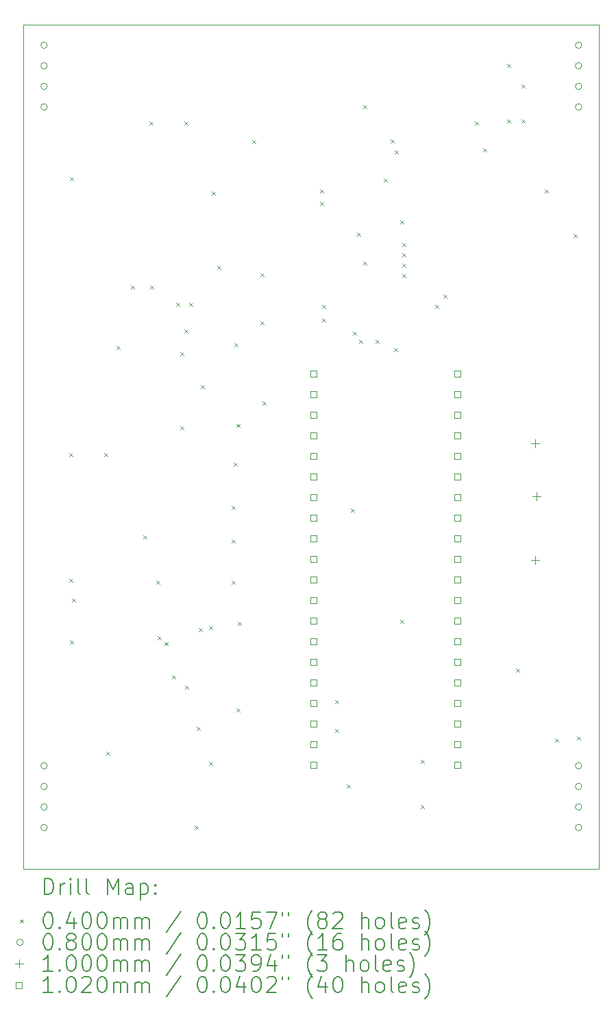
<source format=gbr>
%TF.GenerationSoftware,KiCad,Pcbnew,7.0.5-7.0.5~ubuntu22.04.1*%
%TF.CreationDate,2023-06-28T11:52:23+02:00*%
%TF.ProjectId,AS3397_proto_SMS,41533333-3937-45f7-9072-6f746f5f534d,rev?*%
%TF.SameCoordinates,Original*%
%TF.FileFunction,Drillmap*%
%TF.FilePolarity,Positive*%
%FSLAX45Y45*%
G04 Gerber Fmt 4.5, Leading zero omitted, Abs format (unit mm)*
G04 Created by KiCad (PCBNEW 7.0.5-7.0.5~ubuntu22.04.1) date 2023-06-28 11:52:23*
%MOMM*%
%LPD*%
G01*
G04 APERTURE LIST*
%ADD10C,0.100000*%
%ADD11C,0.200000*%
%ADD12C,0.040000*%
%ADD13C,0.080000*%
%ADD14C,0.102000*%
G04 APERTURE END LIST*
D10*
X7874000Y-4318000D02*
X14986000Y-4318000D01*
X14986000Y-4318000D02*
X14986000Y-14732000D01*
X14986000Y-14732000D02*
X7874000Y-14732000D01*
X7874000Y-14732000D02*
X7874000Y-4318000D01*
D11*
D12*
X8438200Y-9606600D02*
X8478200Y-9646600D01*
X8478200Y-9606600D02*
X8438200Y-9646600D01*
X8438200Y-11156000D02*
X8478200Y-11196000D01*
X8478200Y-11156000D02*
X8438200Y-11196000D01*
X8450900Y-6203000D02*
X8490900Y-6243000D01*
X8490900Y-6203000D02*
X8450900Y-6243000D01*
X8450900Y-11918000D02*
X8490900Y-11958000D01*
X8490900Y-11918000D02*
X8450900Y-11958000D01*
X8473760Y-11399840D02*
X8513760Y-11439840D01*
X8513760Y-11399840D02*
X8473760Y-11439840D01*
X8870000Y-9606600D02*
X8910000Y-9646600D01*
X8910000Y-9606600D02*
X8870000Y-9646600D01*
X8895400Y-13289600D02*
X8935400Y-13329600D01*
X8935400Y-13289600D02*
X8895400Y-13329600D01*
X9022400Y-8285800D02*
X9062400Y-8325800D01*
X9062400Y-8285800D02*
X9022400Y-8325800D01*
X9200200Y-7536500D02*
X9240200Y-7576500D01*
X9240200Y-7536500D02*
X9200200Y-7576500D01*
X9352600Y-10622600D02*
X9392600Y-10662600D01*
X9392600Y-10622600D02*
X9352600Y-10662600D01*
X9428800Y-5517200D02*
X9468800Y-5557200D01*
X9468800Y-5517200D02*
X9428800Y-5557200D01*
X9441500Y-7536500D02*
X9481500Y-7576500D01*
X9481500Y-7536500D02*
X9441500Y-7576500D01*
X9517700Y-11181400D02*
X9557700Y-11221400D01*
X9557700Y-11181400D02*
X9517700Y-11221400D01*
X9530400Y-11867200D02*
X9570400Y-11907200D01*
X9570400Y-11867200D02*
X9530400Y-11907200D01*
X9614866Y-11937588D02*
X9654866Y-11977588D01*
X9654866Y-11937588D02*
X9614866Y-11977588D01*
X9708200Y-12349800D02*
X9748200Y-12389800D01*
X9748200Y-12349800D02*
X9708200Y-12389800D01*
X9759000Y-7752400D02*
X9799000Y-7792400D01*
X9799000Y-7752400D02*
X9759000Y-7792400D01*
X9809800Y-8362000D02*
X9849800Y-8402000D01*
X9849800Y-8362000D02*
X9809800Y-8402000D01*
X9809800Y-9276400D02*
X9849800Y-9316400D01*
X9849800Y-9276400D02*
X9809800Y-9316400D01*
X9860600Y-5517200D02*
X9900600Y-5557200D01*
X9900600Y-5517200D02*
X9860600Y-5557200D01*
X9860600Y-8082600D02*
X9900600Y-8122600D01*
X9900600Y-8082600D02*
X9860600Y-8122600D01*
X9873300Y-12476800D02*
X9913300Y-12516800D01*
X9913300Y-12476800D02*
X9873300Y-12516800D01*
X9924100Y-7752400D02*
X9964100Y-7792400D01*
X9964100Y-7752400D02*
X9924100Y-7792400D01*
X9987600Y-14204000D02*
X10027600Y-14244000D01*
X10027600Y-14204000D02*
X9987600Y-14244000D01*
X10013000Y-12984800D02*
X10053000Y-13024800D01*
X10053000Y-12984800D02*
X10013000Y-13024800D01*
X10038400Y-11765600D02*
X10078400Y-11805600D01*
X10078400Y-11765600D02*
X10038400Y-11805600D01*
X10063800Y-8768400D02*
X10103800Y-8808400D01*
X10103800Y-8768400D02*
X10063800Y-8808400D01*
X10165400Y-11740200D02*
X10205400Y-11780200D01*
X10205400Y-11740200D02*
X10165400Y-11780200D01*
X10165400Y-13416600D02*
X10205400Y-13456600D01*
X10205400Y-13416600D02*
X10165400Y-13456600D01*
X10203500Y-6380800D02*
X10243500Y-6420800D01*
X10243500Y-6380800D02*
X10203500Y-6420800D01*
X10267000Y-7295200D02*
X10307000Y-7335200D01*
X10307000Y-7295200D02*
X10267000Y-7335200D01*
X10444800Y-10254300D02*
X10484800Y-10294300D01*
X10484800Y-10254300D02*
X10444800Y-10294300D01*
X10444800Y-10673400D02*
X10484800Y-10713400D01*
X10484800Y-10673400D02*
X10444800Y-10713400D01*
X10444800Y-11181400D02*
X10484800Y-11221400D01*
X10484800Y-11181400D02*
X10444800Y-11221400D01*
X10470200Y-9720900D02*
X10510200Y-9760900D01*
X10510200Y-9720900D02*
X10470200Y-9760900D01*
X10482900Y-8247700D02*
X10522900Y-8287700D01*
X10522900Y-8247700D02*
X10482900Y-8287700D01*
X10508300Y-9243500D02*
X10548300Y-9283500D01*
X10548300Y-9243500D02*
X10508300Y-9283500D01*
X10508300Y-12756200D02*
X10548300Y-12796200D01*
X10548300Y-12756200D02*
X10508300Y-12796200D01*
X10521000Y-11689400D02*
X10561000Y-11729400D01*
X10561000Y-11689400D02*
X10521000Y-11729400D01*
X10698800Y-5745800D02*
X10738800Y-5785800D01*
X10738800Y-5745800D02*
X10698800Y-5785800D01*
X10800400Y-7384100D02*
X10840400Y-7424100D01*
X10840400Y-7384100D02*
X10800400Y-7424100D01*
X10800400Y-7981000D02*
X10840400Y-8021000D01*
X10840400Y-7981000D02*
X10800400Y-8021000D01*
X10825800Y-8971600D02*
X10865800Y-9011600D01*
X10865800Y-8971600D02*
X10825800Y-9011600D01*
X11537000Y-6355400D02*
X11577000Y-6395400D01*
X11577000Y-6355400D02*
X11537000Y-6395400D01*
X11537000Y-6507800D02*
X11577000Y-6547800D01*
X11577000Y-6507800D02*
X11537000Y-6547800D01*
X11562400Y-7777800D02*
X11602400Y-7817800D01*
X11602400Y-7777800D02*
X11562400Y-7817800D01*
X11562400Y-7942900D02*
X11602400Y-7982900D01*
X11602400Y-7942900D02*
X11562400Y-7982900D01*
X11727500Y-12654600D02*
X11767500Y-12694600D01*
X11767500Y-12654600D02*
X11727500Y-12694600D01*
X11727500Y-13010200D02*
X11767500Y-13050200D01*
X11767500Y-13010200D02*
X11727500Y-13050200D01*
X11867200Y-13696000D02*
X11907200Y-13736000D01*
X11907200Y-13696000D02*
X11867200Y-13736000D01*
X11918000Y-10292400D02*
X11958000Y-10332400D01*
X11958000Y-10292400D02*
X11918000Y-10332400D01*
X11943400Y-8108000D02*
X11983400Y-8148000D01*
X11983400Y-8108000D02*
X11943400Y-8148000D01*
X11994200Y-6888800D02*
X12034200Y-6928800D01*
X12034200Y-6888800D02*
X11994200Y-6928800D01*
X12019600Y-8209600D02*
X12059600Y-8249600D01*
X12059600Y-8209600D02*
X12019600Y-8249600D01*
X12070400Y-5314000D02*
X12110400Y-5354000D01*
X12110400Y-5314000D02*
X12070400Y-5354000D01*
X12070400Y-7244400D02*
X12110400Y-7284400D01*
X12110400Y-7244400D02*
X12070400Y-7284400D01*
X12222800Y-8209600D02*
X12262800Y-8249600D01*
X12262800Y-8209600D02*
X12222800Y-8249600D01*
X12324400Y-6215700D02*
X12364400Y-6255700D01*
X12364400Y-6215700D02*
X12324400Y-6255700D01*
X12413300Y-5733100D02*
X12453300Y-5773100D01*
X12453300Y-5733100D02*
X12413300Y-5773100D01*
X12451400Y-8311200D02*
X12491400Y-8351200D01*
X12491400Y-8311200D02*
X12451400Y-8351200D01*
X12464100Y-5872800D02*
X12504100Y-5912800D01*
X12504100Y-5872800D02*
X12464100Y-5912800D01*
X12527600Y-6736400D02*
X12567600Y-6776400D01*
X12567600Y-6736400D02*
X12527600Y-6776400D01*
X12527600Y-11664000D02*
X12567600Y-11704000D01*
X12567600Y-11664000D02*
X12527600Y-11704000D01*
X12553000Y-7015800D02*
X12593000Y-7055800D01*
X12593000Y-7015800D02*
X12553000Y-7055800D01*
X12553000Y-7142800D02*
X12593000Y-7182800D01*
X12593000Y-7142800D02*
X12553000Y-7182800D01*
X12553000Y-7269800D02*
X12593000Y-7309800D01*
X12593000Y-7269800D02*
X12553000Y-7309800D01*
X12553000Y-7396800D02*
X12593000Y-7436800D01*
X12593000Y-7396800D02*
X12553000Y-7436800D01*
X12781600Y-13391200D02*
X12821600Y-13431200D01*
X12821600Y-13391200D02*
X12781600Y-13431200D01*
X12781600Y-13950000D02*
X12821600Y-13990000D01*
X12821600Y-13950000D02*
X12781600Y-13990000D01*
X12959400Y-7777800D02*
X12999400Y-7817800D01*
X12999400Y-7777800D02*
X12959400Y-7817800D01*
X13061000Y-7650800D02*
X13101000Y-7690800D01*
X13101000Y-7650800D02*
X13061000Y-7690800D01*
X13454700Y-5517200D02*
X13494700Y-5557200D01*
X13494700Y-5517200D02*
X13454700Y-5557200D01*
X13556300Y-5847400D02*
X13596300Y-5887400D01*
X13596300Y-5847400D02*
X13556300Y-5887400D01*
X13848400Y-4806000D02*
X13888400Y-4846000D01*
X13888400Y-4806000D02*
X13848400Y-4846000D01*
X13848400Y-5491800D02*
X13888400Y-5531800D01*
X13888400Y-5491800D02*
X13848400Y-5531800D01*
X13962700Y-12260900D02*
X14002700Y-12300900D01*
X14002700Y-12260900D02*
X13962700Y-12300900D01*
X14026200Y-5060000D02*
X14066200Y-5100000D01*
X14066200Y-5060000D02*
X14026200Y-5100000D01*
X14026200Y-5491800D02*
X14066200Y-5531800D01*
X14066200Y-5491800D02*
X14026200Y-5531800D01*
X14318300Y-6355400D02*
X14358300Y-6395400D01*
X14358300Y-6355400D02*
X14318300Y-6395400D01*
X14445300Y-13124500D02*
X14485300Y-13164500D01*
X14485300Y-13124500D02*
X14445300Y-13164500D01*
X14673900Y-6901500D02*
X14713900Y-6941500D01*
X14713900Y-6901500D02*
X14673900Y-6941500D01*
X14712000Y-13099100D02*
X14752000Y-13139100D01*
X14752000Y-13099100D02*
X14712000Y-13139100D01*
D13*
X8168000Y-4572000D02*
G75*
G03*
X8168000Y-4572000I-40000J0D01*
G01*
X8168000Y-4826000D02*
G75*
G03*
X8168000Y-4826000I-40000J0D01*
G01*
X8168000Y-5080000D02*
G75*
G03*
X8168000Y-5080000I-40000J0D01*
G01*
X8168000Y-5334000D02*
G75*
G03*
X8168000Y-5334000I-40000J0D01*
G01*
X8168000Y-13462000D02*
G75*
G03*
X8168000Y-13462000I-40000J0D01*
G01*
X8168000Y-13716000D02*
G75*
G03*
X8168000Y-13716000I-40000J0D01*
G01*
X8168000Y-13970000D02*
G75*
G03*
X8168000Y-13970000I-40000J0D01*
G01*
X8168000Y-14224000D02*
G75*
G03*
X8168000Y-14224000I-40000J0D01*
G01*
X14772000Y-4572000D02*
G75*
G03*
X14772000Y-4572000I-40000J0D01*
G01*
X14772000Y-4826000D02*
G75*
G03*
X14772000Y-4826000I-40000J0D01*
G01*
X14772000Y-5080000D02*
G75*
G03*
X14772000Y-5080000I-40000J0D01*
G01*
X14772000Y-5334000D02*
G75*
G03*
X14772000Y-5334000I-40000J0D01*
G01*
X14772000Y-13462000D02*
G75*
G03*
X14772000Y-13462000I-40000J0D01*
G01*
X14772000Y-13716000D02*
G75*
G03*
X14772000Y-13716000I-40000J0D01*
G01*
X14772000Y-13970000D02*
G75*
G03*
X14772000Y-13970000I-40000J0D01*
G01*
X14772000Y-14224000D02*
G75*
G03*
X14772000Y-14224000I-40000J0D01*
G01*
D10*
X14198600Y-9436900D02*
X14198600Y-9536900D01*
X14148600Y-9486900D02*
X14248600Y-9486900D01*
X14198600Y-10872000D02*
X14198600Y-10972000D01*
X14148600Y-10922000D02*
X14248600Y-10922000D01*
X14211300Y-10084600D02*
X14211300Y-10184600D01*
X14161300Y-10134600D02*
X14261300Y-10134600D01*
D14*
X11491463Y-8659363D02*
X11491463Y-8587237D01*
X11419337Y-8587237D01*
X11419337Y-8659363D01*
X11491463Y-8659363D01*
X11491463Y-8913363D02*
X11491463Y-8841237D01*
X11419337Y-8841237D01*
X11419337Y-8913363D01*
X11491463Y-8913363D01*
X11491463Y-9167363D02*
X11491463Y-9095237D01*
X11419337Y-9095237D01*
X11419337Y-9167363D01*
X11491463Y-9167363D01*
X11491463Y-9421363D02*
X11491463Y-9349237D01*
X11419337Y-9349237D01*
X11419337Y-9421363D01*
X11491463Y-9421363D01*
X11491463Y-9675363D02*
X11491463Y-9603237D01*
X11419337Y-9603237D01*
X11419337Y-9675363D01*
X11491463Y-9675363D01*
X11491463Y-9929363D02*
X11491463Y-9857237D01*
X11419337Y-9857237D01*
X11419337Y-9929363D01*
X11491463Y-9929363D01*
X11491463Y-10183363D02*
X11491463Y-10111237D01*
X11419337Y-10111237D01*
X11419337Y-10183363D01*
X11491463Y-10183363D01*
X11491463Y-10437363D02*
X11491463Y-10365237D01*
X11419337Y-10365237D01*
X11419337Y-10437363D01*
X11491463Y-10437363D01*
X11491463Y-10691363D02*
X11491463Y-10619237D01*
X11419337Y-10619237D01*
X11419337Y-10691363D01*
X11491463Y-10691363D01*
X11491463Y-10945363D02*
X11491463Y-10873237D01*
X11419337Y-10873237D01*
X11419337Y-10945363D01*
X11491463Y-10945363D01*
X11491463Y-11199363D02*
X11491463Y-11127237D01*
X11419337Y-11127237D01*
X11419337Y-11199363D01*
X11491463Y-11199363D01*
X11491463Y-11453363D02*
X11491463Y-11381237D01*
X11419337Y-11381237D01*
X11419337Y-11453363D01*
X11491463Y-11453363D01*
X11491463Y-11707363D02*
X11491463Y-11635237D01*
X11419337Y-11635237D01*
X11419337Y-11707363D01*
X11491463Y-11707363D01*
X11491463Y-11961363D02*
X11491463Y-11889237D01*
X11419337Y-11889237D01*
X11419337Y-11961363D01*
X11491463Y-11961363D01*
X11491463Y-12215363D02*
X11491463Y-12143237D01*
X11419337Y-12143237D01*
X11419337Y-12215363D01*
X11491463Y-12215363D01*
X11491463Y-12469363D02*
X11491463Y-12397237D01*
X11419337Y-12397237D01*
X11419337Y-12469363D01*
X11491463Y-12469363D01*
X11491463Y-12723363D02*
X11491463Y-12651237D01*
X11419337Y-12651237D01*
X11419337Y-12723363D01*
X11491463Y-12723363D01*
X11491463Y-12977363D02*
X11491463Y-12905237D01*
X11419337Y-12905237D01*
X11419337Y-12977363D01*
X11491463Y-12977363D01*
X11491463Y-13231363D02*
X11491463Y-13159237D01*
X11419337Y-13159237D01*
X11419337Y-13231363D01*
X11491463Y-13231363D01*
X11491463Y-13485363D02*
X11491463Y-13413237D01*
X11419337Y-13413237D01*
X11419337Y-13485363D01*
X11491463Y-13485363D01*
X13269463Y-8659363D02*
X13269463Y-8587237D01*
X13197337Y-8587237D01*
X13197337Y-8659363D01*
X13269463Y-8659363D01*
X13269463Y-8913363D02*
X13269463Y-8841237D01*
X13197337Y-8841237D01*
X13197337Y-8913363D01*
X13269463Y-8913363D01*
X13269463Y-9167363D02*
X13269463Y-9095237D01*
X13197337Y-9095237D01*
X13197337Y-9167363D01*
X13269463Y-9167363D01*
X13269463Y-9421363D02*
X13269463Y-9349237D01*
X13197337Y-9349237D01*
X13197337Y-9421363D01*
X13269463Y-9421363D01*
X13269463Y-9675363D02*
X13269463Y-9603237D01*
X13197337Y-9603237D01*
X13197337Y-9675363D01*
X13269463Y-9675363D01*
X13269463Y-9929363D02*
X13269463Y-9857237D01*
X13197337Y-9857237D01*
X13197337Y-9929363D01*
X13269463Y-9929363D01*
X13269463Y-10183363D02*
X13269463Y-10111237D01*
X13197337Y-10111237D01*
X13197337Y-10183363D01*
X13269463Y-10183363D01*
X13269463Y-10437363D02*
X13269463Y-10365237D01*
X13197337Y-10365237D01*
X13197337Y-10437363D01*
X13269463Y-10437363D01*
X13269463Y-10691363D02*
X13269463Y-10619237D01*
X13197337Y-10619237D01*
X13197337Y-10691363D01*
X13269463Y-10691363D01*
X13269463Y-10945363D02*
X13269463Y-10873237D01*
X13197337Y-10873237D01*
X13197337Y-10945363D01*
X13269463Y-10945363D01*
X13269463Y-11199363D02*
X13269463Y-11127237D01*
X13197337Y-11127237D01*
X13197337Y-11199363D01*
X13269463Y-11199363D01*
X13269463Y-11453363D02*
X13269463Y-11381237D01*
X13197337Y-11381237D01*
X13197337Y-11453363D01*
X13269463Y-11453363D01*
X13269463Y-11707363D02*
X13269463Y-11635237D01*
X13197337Y-11635237D01*
X13197337Y-11707363D01*
X13269463Y-11707363D01*
X13269463Y-11961363D02*
X13269463Y-11889237D01*
X13197337Y-11889237D01*
X13197337Y-11961363D01*
X13269463Y-11961363D01*
X13269463Y-12215363D02*
X13269463Y-12143237D01*
X13197337Y-12143237D01*
X13197337Y-12215363D01*
X13269463Y-12215363D01*
X13269463Y-12469363D02*
X13269463Y-12397237D01*
X13197337Y-12397237D01*
X13197337Y-12469363D01*
X13269463Y-12469363D01*
X13269463Y-12723363D02*
X13269463Y-12651237D01*
X13197337Y-12651237D01*
X13197337Y-12723363D01*
X13269463Y-12723363D01*
X13269463Y-12977363D02*
X13269463Y-12905237D01*
X13197337Y-12905237D01*
X13197337Y-12977363D01*
X13269463Y-12977363D01*
X13269463Y-13231363D02*
X13269463Y-13159237D01*
X13197337Y-13159237D01*
X13197337Y-13231363D01*
X13269463Y-13231363D01*
X13269463Y-13485363D02*
X13269463Y-13413237D01*
X13197337Y-13413237D01*
X13197337Y-13485363D01*
X13269463Y-13485363D01*
D11*
X8129777Y-15048484D02*
X8129777Y-14848484D01*
X8129777Y-14848484D02*
X8177396Y-14848484D01*
X8177396Y-14848484D02*
X8205967Y-14858008D01*
X8205967Y-14858008D02*
X8225015Y-14877055D01*
X8225015Y-14877055D02*
X8234539Y-14896103D01*
X8234539Y-14896103D02*
X8244062Y-14934198D01*
X8244062Y-14934198D02*
X8244062Y-14962769D01*
X8244062Y-14962769D02*
X8234539Y-15000865D01*
X8234539Y-15000865D02*
X8225015Y-15019912D01*
X8225015Y-15019912D02*
X8205967Y-15038960D01*
X8205967Y-15038960D02*
X8177396Y-15048484D01*
X8177396Y-15048484D02*
X8129777Y-15048484D01*
X8329777Y-15048484D02*
X8329777Y-14915150D01*
X8329777Y-14953246D02*
X8339301Y-14934198D01*
X8339301Y-14934198D02*
X8348824Y-14924674D01*
X8348824Y-14924674D02*
X8367872Y-14915150D01*
X8367872Y-14915150D02*
X8386920Y-14915150D01*
X8453586Y-15048484D02*
X8453586Y-14915150D01*
X8453586Y-14848484D02*
X8444063Y-14858008D01*
X8444063Y-14858008D02*
X8453586Y-14867531D01*
X8453586Y-14867531D02*
X8463110Y-14858008D01*
X8463110Y-14858008D02*
X8453586Y-14848484D01*
X8453586Y-14848484D02*
X8453586Y-14867531D01*
X8577396Y-15048484D02*
X8558348Y-15038960D01*
X8558348Y-15038960D02*
X8548824Y-15019912D01*
X8548824Y-15019912D02*
X8548824Y-14848484D01*
X8682158Y-15048484D02*
X8663110Y-15038960D01*
X8663110Y-15038960D02*
X8653586Y-15019912D01*
X8653586Y-15019912D02*
X8653586Y-14848484D01*
X8910729Y-15048484D02*
X8910729Y-14848484D01*
X8910729Y-14848484D02*
X8977396Y-14991341D01*
X8977396Y-14991341D02*
X9044063Y-14848484D01*
X9044063Y-14848484D02*
X9044063Y-15048484D01*
X9225015Y-15048484D02*
X9225015Y-14943722D01*
X9225015Y-14943722D02*
X9215491Y-14924674D01*
X9215491Y-14924674D02*
X9196444Y-14915150D01*
X9196444Y-14915150D02*
X9158348Y-14915150D01*
X9158348Y-14915150D02*
X9139301Y-14924674D01*
X9225015Y-15038960D02*
X9205967Y-15048484D01*
X9205967Y-15048484D02*
X9158348Y-15048484D01*
X9158348Y-15048484D02*
X9139301Y-15038960D01*
X9139301Y-15038960D02*
X9129777Y-15019912D01*
X9129777Y-15019912D02*
X9129777Y-15000865D01*
X9129777Y-15000865D02*
X9139301Y-14981817D01*
X9139301Y-14981817D02*
X9158348Y-14972293D01*
X9158348Y-14972293D02*
X9205967Y-14972293D01*
X9205967Y-14972293D02*
X9225015Y-14962769D01*
X9320253Y-14915150D02*
X9320253Y-15115150D01*
X9320253Y-14924674D02*
X9339301Y-14915150D01*
X9339301Y-14915150D02*
X9377396Y-14915150D01*
X9377396Y-14915150D02*
X9396444Y-14924674D01*
X9396444Y-14924674D02*
X9405967Y-14934198D01*
X9405967Y-14934198D02*
X9415491Y-14953246D01*
X9415491Y-14953246D02*
X9415491Y-15010388D01*
X9415491Y-15010388D02*
X9405967Y-15029436D01*
X9405967Y-15029436D02*
X9396444Y-15038960D01*
X9396444Y-15038960D02*
X9377396Y-15048484D01*
X9377396Y-15048484D02*
X9339301Y-15048484D01*
X9339301Y-15048484D02*
X9320253Y-15038960D01*
X9501205Y-15029436D02*
X9510729Y-15038960D01*
X9510729Y-15038960D02*
X9501205Y-15048484D01*
X9501205Y-15048484D02*
X9491682Y-15038960D01*
X9491682Y-15038960D02*
X9501205Y-15029436D01*
X9501205Y-15029436D02*
X9501205Y-15048484D01*
X9501205Y-14924674D02*
X9510729Y-14934198D01*
X9510729Y-14934198D02*
X9501205Y-14943722D01*
X9501205Y-14943722D02*
X9491682Y-14934198D01*
X9491682Y-14934198D02*
X9501205Y-14924674D01*
X9501205Y-14924674D02*
X9501205Y-14943722D01*
D12*
X7829000Y-15357000D02*
X7869000Y-15397000D01*
X7869000Y-15357000D02*
X7829000Y-15397000D01*
D11*
X8167872Y-15268484D02*
X8186920Y-15268484D01*
X8186920Y-15268484D02*
X8205967Y-15278008D01*
X8205967Y-15278008D02*
X8215491Y-15287531D01*
X8215491Y-15287531D02*
X8225015Y-15306579D01*
X8225015Y-15306579D02*
X8234539Y-15344674D01*
X8234539Y-15344674D02*
X8234539Y-15392293D01*
X8234539Y-15392293D02*
X8225015Y-15430388D01*
X8225015Y-15430388D02*
X8215491Y-15449436D01*
X8215491Y-15449436D02*
X8205967Y-15458960D01*
X8205967Y-15458960D02*
X8186920Y-15468484D01*
X8186920Y-15468484D02*
X8167872Y-15468484D01*
X8167872Y-15468484D02*
X8148824Y-15458960D01*
X8148824Y-15458960D02*
X8139301Y-15449436D01*
X8139301Y-15449436D02*
X8129777Y-15430388D01*
X8129777Y-15430388D02*
X8120253Y-15392293D01*
X8120253Y-15392293D02*
X8120253Y-15344674D01*
X8120253Y-15344674D02*
X8129777Y-15306579D01*
X8129777Y-15306579D02*
X8139301Y-15287531D01*
X8139301Y-15287531D02*
X8148824Y-15278008D01*
X8148824Y-15278008D02*
X8167872Y-15268484D01*
X8320253Y-15449436D02*
X8329777Y-15458960D01*
X8329777Y-15458960D02*
X8320253Y-15468484D01*
X8320253Y-15468484D02*
X8310729Y-15458960D01*
X8310729Y-15458960D02*
X8320253Y-15449436D01*
X8320253Y-15449436D02*
X8320253Y-15468484D01*
X8501205Y-15335150D02*
X8501205Y-15468484D01*
X8453586Y-15258960D02*
X8405967Y-15401817D01*
X8405967Y-15401817D02*
X8529777Y-15401817D01*
X8644063Y-15268484D02*
X8663110Y-15268484D01*
X8663110Y-15268484D02*
X8682158Y-15278008D01*
X8682158Y-15278008D02*
X8691682Y-15287531D01*
X8691682Y-15287531D02*
X8701205Y-15306579D01*
X8701205Y-15306579D02*
X8710729Y-15344674D01*
X8710729Y-15344674D02*
X8710729Y-15392293D01*
X8710729Y-15392293D02*
X8701205Y-15430388D01*
X8701205Y-15430388D02*
X8691682Y-15449436D01*
X8691682Y-15449436D02*
X8682158Y-15458960D01*
X8682158Y-15458960D02*
X8663110Y-15468484D01*
X8663110Y-15468484D02*
X8644063Y-15468484D01*
X8644063Y-15468484D02*
X8625015Y-15458960D01*
X8625015Y-15458960D02*
X8615491Y-15449436D01*
X8615491Y-15449436D02*
X8605967Y-15430388D01*
X8605967Y-15430388D02*
X8596444Y-15392293D01*
X8596444Y-15392293D02*
X8596444Y-15344674D01*
X8596444Y-15344674D02*
X8605967Y-15306579D01*
X8605967Y-15306579D02*
X8615491Y-15287531D01*
X8615491Y-15287531D02*
X8625015Y-15278008D01*
X8625015Y-15278008D02*
X8644063Y-15268484D01*
X8834539Y-15268484D02*
X8853586Y-15268484D01*
X8853586Y-15268484D02*
X8872634Y-15278008D01*
X8872634Y-15278008D02*
X8882158Y-15287531D01*
X8882158Y-15287531D02*
X8891682Y-15306579D01*
X8891682Y-15306579D02*
X8901205Y-15344674D01*
X8901205Y-15344674D02*
X8901205Y-15392293D01*
X8901205Y-15392293D02*
X8891682Y-15430388D01*
X8891682Y-15430388D02*
X8882158Y-15449436D01*
X8882158Y-15449436D02*
X8872634Y-15458960D01*
X8872634Y-15458960D02*
X8853586Y-15468484D01*
X8853586Y-15468484D02*
X8834539Y-15468484D01*
X8834539Y-15468484D02*
X8815491Y-15458960D01*
X8815491Y-15458960D02*
X8805967Y-15449436D01*
X8805967Y-15449436D02*
X8796444Y-15430388D01*
X8796444Y-15430388D02*
X8786920Y-15392293D01*
X8786920Y-15392293D02*
X8786920Y-15344674D01*
X8786920Y-15344674D02*
X8796444Y-15306579D01*
X8796444Y-15306579D02*
X8805967Y-15287531D01*
X8805967Y-15287531D02*
X8815491Y-15278008D01*
X8815491Y-15278008D02*
X8834539Y-15268484D01*
X8986920Y-15468484D02*
X8986920Y-15335150D01*
X8986920Y-15354198D02*
X8996444Y-15344674D01*
X8996444Y-15344674D02*
X9015491Y-15335150D01*
X9015491Y-15335150D02*
X9044063Y-15335150D01*
X9044063Y-15335150D02*
X9063110Y-15344674D01*
X9063110Y-15344674D02*
X9072634Y-15363722D01*
X9072634Y-15363722D02*
X9072634Y-15468484D01*
X9072634Y-15363722D02*
X9082158Y-15344674D01*
X9082158Y-15344674D02*
X9101205Y-15335150D01*
X9101205Y-15335150D02*
X9129777Y-15335150D01*
X9129777Y-15335150D02*
X9148825Y-15344674D01*
X9148825Y-15344674D02*
X9158348Y-15363722D01*
X9158348Y-15363722D02*
X9158348Y-15468484D01*
X9253586Y-15468484D02*
X9253586Y-15335150D01*
X9253586Y-15354198D02*
X9263110Y-15344674D01*
X9263110Y-15344674D02*
X9282158Y-15335150D01*
X9282158Y-15335150D02*
X9310729Y-15335150D01*
X9310729Y-15335150D02*
X9329777Y-15344674D01*
X9329777Y-15344674D02*
X9339301Y-15363722D01*
X9339301Y-15363722D02*
X9339301Y-15468484D01*
X9339301Y-15363722D02*
X9348825Y-15344674D01*
X9348825Y-15344674D02*
X9367872Y-15335150D01*
X9367872Y-15335150D02*
X9396444Y-15335150D01*
X9396444Y-15335150D02*
X9415491Y-15344674D01*
X9415491Y-15344674D02*
X9425015Y-15363722D01*
X9425015Y-15363722D02*
X9425015Y-15468484D01*
X9815491Y-15258960D02*
X9644063Y-15516103D01*
X10072634Y-15268484D02*
X10091682Y-15268484D01*
X10091682Y-15268484D02*
X10110729Y-15278008D01*
X10110729Y-15278008D02*
X10120253Y-15287531D01*
X10120253Y-15287531D02*
X10129777Y-15306579D01*
X10129777Y-15306579D02*
X10139301Y-15344674D01*
X10139301Y-15344674D02*
X10139301Y-15392293D01*
X10139301Y-15392293D02*
X10129777Y-15430388D01*
X10129777Y-15430388D02*
X10120253Y-15449436D01*
X10120253Y-15449436D02*
X10110729Y-15458960D01*
X10110729Y-15458960D02*
X10091682Y-15468484D01*
X10091682Y-15468484D02*
X10072634Y-15468484D01*
X10072634Y-15468484D02*
X10053587Y-15458960D01*
X10053587Y-15458960D02*
X10044063Y-15449436D01*
X10044063Y-15449436D02*
X10034539Y-15430388D01*
X10034539Y-15430388D02*
X10025015Y-15392293D01*
X10025015Y-15392293D02*
X10025015Y-15344674D01*
X10025015Y-15344674D02*
X10034539Y-15306579D01*
X10034539Y-15306579D02*
X10044063Y-15287531D01*
X10044063Y-15287531D02*
X10053587Y-15278008D01*
X10053587Y-15278008D02*
X10072634Y-15268484D01*
X10225015Y-15449436D02*
X10234539Y-15458960D01*
X10234539Y-15458960D02*
X10225015Y-15468484D01*
X10225015Y-15468484D02*
X10215491Y-15458960D01*
X10215491Y-15458960D02*
X10225015Y-15449436D01*
X10225015Y-15449436D02*
X10225015Y-15468484D01*
X10358348Y-15268484D02*
X10377396Y-15268484D01*
X10377396Y-15268484D02*
X10396444Y-15278008D01*
X10396444Y-15278008D02*
X10405968Y-15287531D01*
X10405968Y-15287531D02*
X10415491Y-15306579D01*
X10415491Y-15306579D02*
X10425015Y-15344674D01*
X10425015Y-15344674D02*
X10425015Y-15392293D01*
X10425015Y-15392293D02*
X10415491Y-15430388D01*
X10415491Y-15430388D02*
X10405968Y-15449436D01*
X10405968Y-15449436D02*
X10396444Y-15458960D01*
X10396444Y-15458960D02*
X10377396Y-15468484D01*
X10377396Y-15468484D02*
X10358348Y-15468484D01*
X10358348Y-15468484D02*
X10339301Y-15458960D01*
X10339301Y-15458960D02*
X10329777Y-15449436D01*
X10329777Y-15449436D02*
X10320253Y-15430388D01*
X10320253Y-15430388D02*
X10310729Y-15392293D01*
X10310729Y-15392293D02*
X10310729Y-15344674D01*
X10310729Y-15344674D02*
X10320253Y-15306579D01*
X10320253Y-15306579D02*
X10329777Y-15287531D01*
X10329777Y-15287531D02*
X10339301Y-15278008D01*
X10339301Y-15278008D02*
X10358348Y-15268484D01*
X10615491Y-15468484D02*
X10501206Y-15468484D01*
X10558348Y-15468484D02*
X10558348Y-15268484D01*
X10558348Y-15268484D02*
X10539301Y-15297055D01*
X10539301Y-15297055D02*
X10520253Y-15316103D01*
X10520253Y-15316103D02*
X10501206Y-15325627D01*
X10796444Y-15268484D02*
X10701206Y-15268484D01*
X10701206Y-15268484D02*
X10691682Y-15363722D01*
X10691682Y-15363722D02*
X10701206Y-15354198D01*
X10701206Y-15354198D02*
X10720253Y-15344674D01*
X10720253Y-15344674D02*
X10767872Y-15344674D01*
X10767872Y-15344674D02*
X10786920Y-15354198D01*
X10786920Y-15354198D02*
X10796444Y-15363722D01*
X10796444Y-15363722D02*
X10805968Y-15382769D01*
X10805968Y-15382769D02*
X10805968Y-15430388D01*
X10805968Y-15430388D02*
X10796444Y-15449436D01*
X10796444Y-15449436D02*
X10786920Y-15458960D01*
X10786920Y-15458960D02*
X10767872Y-15468484D01*
X10767872Y-15468484D02*
X10720253Y-15468484D01*
X10720253Y-15468484D02*
X10701206Y-15458960D01*
X10701206Y-15458960D02*
X10691682Y-15449436D01*
X10872634Y-15268484D02*
X11005968Y-15268484D01*
X11005968Y-15268484D02*
X10920253Y-15468484D01*
X11072634Y-15268484D02*
X11072634Y-15306579D01*
X11148825Y-15268484D02*
X11148825Y-15306579D01*
X11444063Y-15544674D02*
X11434539Y-15535150D01*
X11434539Y-15535150D02*
X11415491Y-15506579D01*
X11415491Y-15506579D02*
X11405968Y-15487531D01*
X11405968Y-15487531D02*
X11396444Y-15458960D01*
X11396444Y-15458960D02*
X11386920Y-15411341D01*
X11386920Y-15411341D02*
X11386920Y-15373246D01*
X11386920Y-15373246D02*
X11396444Y-15325627D01*
X11396444Y-15325627D02*
X11405968Y-15297055D01*
X11405968Y-15297055D02*
X11415491Y-15278008D01*
X11415491Y-15278008D02*
X11434539Y-15249436D01*
X11434539Y-15249436D02*
X11444063Y-15239912D01*
X11548825Y-15354198D02*
X11529777Y-15344674D01*
X11529777Y-15344674D02*
X11520253Y-15335150D01*
X11520253Y-15335150D02*
X11510729Y-15316103D01*
X11510729Y-15316103D02*
X11510729Y-15306579D01*
X11510729Y-15306579D02*
X11520253Y-15287531D01*
X11520253Y-15287531D02*
X11529777Y-15278008D01*
X11529777Y-15278008D02*
X11548825Y-15268484D01*
X11548825Y-15268484D02*
X11586920Y-15268484D01*
X11586920Y-15268484D02*
X11605968Y-15278008D01*
X11605968Y-15278008D02*
X11615491Y-15287531D01*
X11615491Y-15287531D02*
X11625015Y-15306579D01*
X11625015Y-15306579D02*
X11625015Y-15316103D01*
X11625015Y-15316103D02*
X11615491Y-15335150D01*
X11615491Y-15335150D02*
X11605968Y-15344674D01*
X11605968Y-15344674D02*
X11586920Y-15354198D01*
X11586920Y-15354198D02*
X11548825Y-15354198D01*
X11548825Y-15354198D02*
X11529777Y-15363722D01*
X11529777Y-15363722D02*
X11520253Y-15373246D01*
X11520253Y-15373246D02*
X11510729Y-15392293D01*
X11510729Y-15392293D02*
X11510729Y-15430388D01*
X11510729Y-15430388D02*
X11520253Y-15449436D01*
X11520253Y-15449436D02*
X11529777Y-15458960D01*
X11529777Y-15458960D02*
X11548825Y-15468484D01*
X11548825Y-15468484D02*
X11586920Y-15468484D01*
X11586920Y-15468484D02*
X11605968Y-15458960D01*
X11605968Y-15458960D02*
X11615491Y-15449436D01*
X11615491Y-15449436D02*
X11625015Y-15430388D01*
X11625015Y-15430388D02*
X11625015Y-15392293D01*
X11625015Y-15392293D02*
X11615491Y-15373246D01*
X11615491Y-15373246D02*
X11605968Y-15363722D01*
X11605968Y-15363722D02*
X11586920Y-15354198D01*
X11701206Y-15287531D02*
X11710729Y-15278008D01*
X11710729Y-15278008D02*
X11729777Y-15268484D01*
X11729777Y-15268484D02*
X11777396Y-15268484D01*
X11777396Y-15268484D02*
X11796444Y-15278008D01*
X11796444Y-15278008D02*
X11805968Y-15287531D01*
X11805968Y-15287531D02*
X11815491Y-15306579D01*
X11815491Y-15306579D02*
X11815491Y-15325627D01*
X11815491Y-15325627D02*
X11805968Y-15354198D01*
X11805968Y-15354198D02*
X11691682Y-15468484D01*
X11691682Y-15468484D02*
X11815491Y-15468484D01*
X12053587Y-15468484D02*
X12053587Y-15268484D01*
X12139301Y-15468484D02*
X12139301Y-15363722D01*
X12139301Y-15363722D02*
X12129777Y-15344674D01*
X12129777Y-15344674D02*
X12110730Y-15335150D01*
X12110730Y-15335150D02*
X12082158Y-15335150D01*
X12082158Y-15335150D02*
X12063110Y-15344674D01*
X12063110Y-15344674D02*
X12053587Y-15354198D01*
X12263110Y-15468484D02*
X12244063Y-15458960D01*
X12244063Y-15458960D02*
X12234539Y-15449436D01*
X12234539Y-15449436D02*
X12225015Y-15430388D01*
X12225015Y-15430388D02*
X12225015Y-15373246D01*
X12225015Y-15373246D02*
X12234539Y-15354198D01*
X12234539Y-15354198D02*
X12244063Y-15344674D01*
X12244063Y-15344674D02*
X12263110Y-15335150D01*
X12263110Y-15335150D02*
X12291682Y-15335150D01*
X12291682Y-15335150D02*
X12310730Y-15344674D01*
X12310730Y-15344674D02*
X12320253Y-15354198D01*
X12320253Y-15354198D02*
X12329777Y-15373246D01*
X12329777Y-15373246D02*
X12329777Y-15430388D01*
X12329777Y-15430388D02*
X12320253Y-15449436D01*
X12320253Y-15449436D02*
X12310730Y-15458960D01*
X12310730Y-15458960D02*
X12291682Y-15468484D01*
X12291682Y-15468484D02*
X12263110Y-15468484D01*
X12444063Y-15468484D02*
X12425015Y-15458960D01*
X12425015Y-15458960D02*
X12415491Y-15439912D01*
X12415491Y-15439912D02*
X12415491Y-15268484D01*
X12596444Y-15458960D02*
X12577396Y-15468484D01*
X12577396Y-15468484D02*
X12539301Y-15468484D01*
X12539301Y-15468484D02*
X12520253Y-15458960D01*
X12520253Y-15458960D02*
X12510730Y-15439912D01*
X12510730Y-15439912D02*
X12510730Y-15363722D01*
X12510730Y-15363722D02*
X12520253Y-15344674D01*
X12520253Y-15344674D02*
X12539301Y-15335150D01*
X12539301Y-15335150D02*
X12577396Y-15335150D01*
X12577396Y-15335150D02*
X12596444Y-15344674D01*
X12596444Y-15344674D02*
X12605968Y-15363722D01*
X12605968Y-15363722D02*
X12605968Y-15382769D01*
X12605968Y-15382769D02*
X12510730Y-15401817D01*
X12682158Y-15458960D02*
X12701206Y-15468484D01*
X12701206Y-15468484D02*
X12739301Y-15468484D01*
X12739301Y-15468484D02*
X12758349Y-15458960D01*
X12758349Y-15458960D02*
X12767872Y-15439912D01*
X12767872Y-15439912D02*
X12767872Y-15430388D01*
X12767872Y-15430388D02*
X12758349Y-15411341D01*
X12758349Y-15411341D02*
X12739301Y-15401817D01*
X12739301Y-15401817D02*
X12710730Y-15401817D01*
X12710730Y-15401817D02*
X12691682Y-15392293D01*
X12691682Y-15392293D02*
X12682158Y-15373246D01*
X12682158Y-15373246D02*
X12682158Y-15363722D01*
X12682158Y-15363722D02*
X12691682Y-15344674D01*
X12691682Y-15344674D02*
X12710730Y-15335150D01*
X12710730Y-15335150D02*
X12739301Y-15335150D01*
X12739301Y-15335150D02*
X12758349Y-15344674D01*
X12834539Y-15544674D02*
X12844063Y-15535150D01*
X12844063Y-15535150D02*
X12863111Y-15506579D01*
X12863111Y-15506579D02*
X12872634Y-15487531D01*
X12872634Y-15487531D02*
X12882158Y-15458960D01*
X12882158Y-15458960D02*
X12891682Y-15411341D01*
X12891682Y-15411341D02*
X12891682Y-15373246D01*
X12891682Y-15373246D02*
X12882158Y-15325627D01*
X12882158Y-15325627D02*
X12872634Y-15297055D01*
X12872634Y-15297055D02*
X12863111Y-15278008D01*
X12863111Y-15278008D02*
X12844063Y-15249436D01*
X12844063Y-15249436D02*
X12834539Y-15239912D01*
D13*
X7869000Y-15641000D02*
G75*
G03*
X7869000Y-15641000I-40000J0D01*
G01*
D11*
X8167872Y-15532484D02*
X8186920Y-15532484D01*
X8186920Y-15532484D02*
X8205967Y-15542008D01*
X8205967Y-15542008D02*
X8215491Y-15551531D01*
X8215491Y-15551531D02*
X8225015Y-15570579D01*
X8225015Y-15570579D02*
X8234539Y-15608674D01*
X8234539Y-15608674D02*
X8234539Y-15656293D01*
X8234539Y-15656293D02*
X8225015Y-15694388D01*
X8225015Y-15694388D02*
X8215491Y-15713436D01*
X8215491Y-15713436D02*
X8205967Y-15722960D01*
X8205967Y-15722960D02*
X8186920Y-15732484D01*
X8186920Y-15732484D02*
X8167872Y-15732484D01*
X8167872Y-15732484D02*
X8148824Y-15722960D01*
X8148824Y-15722960D02*
X8139301Y-15713436D01*
X8139301Y-15713436D02*
X8129777Y-15694388D01*
X8129777Y-15694388D02*
X8120253Y-15656293D01*
X8120253Y-15656293D02*
X8120253Y-15608674D01*
X8120253Y-15608674D02*
X8129777Y-15570579D01*
X8129777Y-15570579D02*
X8139301Y-15551531D01*
X8139301Y-15551531D02*
X8148824Y-15542008D01*
X8148824Y-15542008D02*
X8167872Y-15532484D01*
X8320253Y-15713436D02*
X8329777Y-15722960D01*
X8329777Y-15722960D02*
X8320253Y-15732484D01*
X8320253Y-15732484D02*
X8310729Y-15722960D01*
X8310729Y-15722960D02*
X8320253Y-15713436D01*
X8320253Y-15713436D02*
X8320253Y-15732484D01*
X8444063Y-15618198D02*
X8425015Y-15608674D01*
X8425015Y-15608674D02*
X8415491Y-15599150D01*
X8415491Y-15599150D02*
X8405967Y-15580103D01*
X8405967Y-15580103D02*
X8405967Y-15570579D01*
X8405967Y-15570579D02*
X8415491Y-15551531D01*
X8415491Y-15551531D02*
X8425015Y-15542008D01*
X8425015Y-15542008D02*
X8444063Y-15532484D01*
X8444063Y-15532484D02*
X8482158Y-15532484D01*
X8482158Y-15532484D02*
X8501205Y-15542008D01*
X8501205Y-15542008D02*
X8510729Y-15551531D01*
X8510729Y-15551531D02*
X8520253Y-15570579D01*
X8520253Y-15570579D02*
X8520253Y-15580103D01*
X8520253Y-15580103D02*
X8510729Y-15599150D01*
X8510729Y-15599150D02*
X8501205Y-15608674D01*
X8501205Y-15608674D02*
X8482158Y-15618198D01*
X8482158Y-15618198D02*
X8444063Y-15618198D01*
X8444063Y-15618198D02*
X8425015Y-15627722D01*
X8425015Y-15627722D02*
X8415491Y-15637246D01*
X8415491Y-15637246D02*
X8405967Y-15656293D01*
X8405967Y-15656293D02*
X8405967Y-15694388D01*
X8405967Y-15694388D02*
X8415491Y-15713436D01*
X8415491Y-15713436D02*
X8425015Y-15722960D01*
X8425015Y-15722960D02*
X8444063Y-15732484D01*
X8444063Y-15732484D02*
X8482158Y-15732484D01*
X8482158Y-15732484D02*
X8501205Y-15722960D01*
X8501205Y-15722960D02*
X8510729Y-15713436D01*
X8510729Y-15713436D02*
X8520253Y-15694388D01*
X8520253Y-15694388D02*
X8520253Y-15656293D01*
X8520253Y-15656293D02*
X8510729Y-15637246D01*
X8510729Y-15637246D02*
X8501205Y-15627722D01*
X8501205Y-15627722D02*
X8482158Y-15618198D01*
X8644063Y-15532484D02*
X8663110Y-15532484D01*
X8663110Y-15532484D02*
X8682158Y-15542008D01*
X8682158Y-15542008D02*
X8691682Y-15551531D01*
X8691682Y-15551531D02*
X8701205Y-15570579D01*
X8701205Y-15570579D02*
X8710729Y-15608674D01*
X8710729Y-15608674D02*
X8710729Y-15656293D01*
X8710729Y-15656293D02*
X8701205Y-15694388D01*
X8701205Y-15694388D02*
X8691682Y-15713436D01*
X8691682Y-15713436D02*
X8682158Y-15722960D01*
X8682158Y-15722960D02*
X8663110Y-15732484D01*
X8663110Y-15732484D02*
X8644063Y-15732484D01*
X8644063Y-15732484D02*
X8625015Y-15722960D01*
X8625015Y-15722960D02*
X8615491Y-15713436D01*
X8615491Y-15713436D02*
X8605967Y-15694388D01*
X8605967Y-15694388D02*
X8596444Y-15656293D01*
X8596444Y-15656293D02*
X8596444Y-15608674D01*
X8596444Y-15608674D02*
X8605967Y-15570579D01*
X8605967Y-15570579D02*
X8615491Y-15551531D01*
X8615491Y-15551531D02*
X8625015Y-15542008D01*
X8625015Y-15542008D02*
X8644063Y-15532484D01*
X8834539Y-15532484D02*
X8853586Y-15532484D01*
X8853586Y-15532484D02*
X8872634Y-15542008D01*
X8872634Y-15542008D02*
X8882158Y-15551531D01*
X8882158Y-15551531D02*
X8891682Y-15570579D01*
X8891682Y-15570579D02*
X8901205Y-15608674D01*
X8901205Y-15608674D02*
X8901205Y-15656293D01*
X8901205Y-15656293D02*
X8891682Y-15694388D01*
X8891682Y-15694388D02*
X8882158Y-15713436D01*
X8882158Y-15713436D02*
X8872634Y-15722960D01*
X8872634Y-15722960D02*
X8853586Y-15732484D01*
X8853586Y-15732484D02*
X8834539Y-15732484D01*
X8834539Y-15732484D02*
X8815491Y-15722960D01*
X8815491Y-15722960D02*
X8805967Y-15713436D01*
X8805967Y-15713436D02*
X8796444Y-15694388D01*
X8796444Y-15694388D02*
X8786920Y-15656293D01*
X8786920Y-15656293D02*
X8786920Y-15608674D01*
X8786920Y-15608674D02*
X8796444Y-15570579D01*
X8796444Y-15570579D02*
X8805967Y-15551531D01*
X8805967Y-15551531D02*
X8815491Y-15542008D01*
X8815491Y-15542008D02*
X8834539Y-15532484D01*
X8986920Y-15732484D02*
X8986920Y-15599150D01*
X8986920Y-15618198D02*
X8996444Y-15608674D01*
X8996444Y-15608674D02*
X9015491Y-15599150D01*
X9015491Y-15599150D02*
X9044063Y-15599150D01*
X9044063Y-15599150D02*
X9063110Y-15608674D01*
X9063110Y-15608674D02*
X9072634Y-15627722D01*
X9072634Y-15627722D02*
X9072634Y-15732484D01*
X9072634Y-15627722D02*
X9082158Y-15608674D01*
X9082158Y-15608674D02*
X9101205Y-15599150D01*
X9101205Y-15599150D02*
X9129777Y-15599150D01*
X9129777Y-15599150D02*
X9148825Y-15608674D01*
X9148825Y-15608674D02*
X9158348Y-15627722D01*
X9158348Y-15627722D02*
X9158348Y-15732484D01*
X9253586Y-15732484D02*
X9253586Y-15599150D01*
X9253586Y-15618198D02*
X9263110Y-15608674D01*
X9263110Y-15608674D02*
X9282158Y-15599150D01*
X9282158Y-15599150D02*
X9310729Y-15599150D01*
X9310729Y-15599150D02*
X9329777Y-15608674D01*
X9329777Y-15608674D02*
X9339301Y-15627722D01*
X9339301Y-15627722D02*
X9339301Y-15732484D01*
X9339301Y-15627722D02*
X9348825Y-15608674D01*
X9348825Y-15608674D02*
X9367872Y-15599150D01*
X9367872Y-15599150D02*
X9396444Y-15599150D01*
X9396444Y-15599150D02*
X9415491Y-15608674D01*
X9415491Y-15608674D02*
X9425015Y-15627722D01*
X9425015Y-15627722D02*
X9425015Y-15732484D01*
X9815491Y-15522960D02*
X9644063Y-15780103D01*
X10072634Y-15532484D02*
X10091682Y-15532484D01*
X10091682Y-15532484D02*
X10110729Y-15542008D01*
X10110729Y-15542008D02*
X10120253Y-15551531D01*
X10120253Y-15551531D02*
X10129777Y-15570579D01*
X10129777Y-15570579D02*
X10139301Y-15608674D01*
X10139301Y-15608674D02*
X10139301Y-15656293D01*
X10139301Y-15656293D02*
X10129777Y-15694388D01*
X10129777Y-15694388D02*
X10120253Y-15713436D01*
X10120253Y-15713436D02*
X10110729Y-15722960D01*
X10110729Y-15722960D02*
X10091682Y-15732484D01*
X10091682Y-15732484D02*
X10072634Y-15732484D01*
X10072634Y-15732484D02*
X10053587Y-15722960D01*
X10053587Y-15722960D02*
X10044063Y-15713436D01*
X10044063Y-15713436D02*
X10034539Y-15694388D01*
X10034539Y-15694388D02*
X10025015Y-15656293D01*
X10025015Y-15656293D02*
X10025015Y-15608674D01*
X10025015Y-15608674D02*
X10034539Y-15570579D01*
X10034539Y-15570579D02*
X10044063Y-15551531D01*
X10044063Y-15551531D02*
X10053587Y-15542008D01*
X10053587Y-15542008D02*
X10072634Y-15532484D01*
X10225015Y-15713436D02*
X10234539Y-15722960D01*
X10234539Y-15722960D02*
X10225015Y-15732484D01*
X10225015Y-15732484D02*
X10215491Y-15722960D01*
X10215491Y-15722960D02*
X10225015Y-15713436D01*
X10225015Y-15713436D02*
X10225015Y-15732484D01*
X10358348Y-15532484D02*
X10377396Y-15532484D01*
X10377396Y-15532484D02*
X10396444Y-15542008D01*
X10396444Y-15542008D02*
X10405968Y-15551531D01*
X10405968Y-15551531D02*
X10415491Y-15570579D01*
X10415491Y-15570579D02*
X10425015Y-15608674D01*
X10425015Y-15608674D02*
X10425015Y-15656293D01*
X10425015Y-15656293D02*
X10415491Y-15694388D01*
X10415491Y-15694388D02*
X10405968Y-15713436D01*
X10405968Y-15713436D02*
X10396444Y-15722960D01*
X10396444Y-15722960D02*
X10377396Y-15732484D01*
X10377396Y-15732484D02*
X10358348Y-15732484D01*
X10358348Y-15732484D02*
X10339301Y-15722960D01*
X10339301Y-15722960D02*
X10329777Y-15713436D01*
X10329777Y-15713436D02*
X10320253Y-15694388D01*
X10320253Y-15694388D02*
X10310729Y-15656293D01*
X10310729Y-15656293D02*
X10310729Y-15608674D01*
X10310729Y-15608674D02*
X10320253Y-15570579D01*
X10320253Y-15570579D02*
X10329777Y-15551531D01*
X10329777Y-15551531D02*
X10339301Y-15542008D01*
X10339301Y-15542008D02*
X10358348Y-15532484D01*
X10491682Y-15532484D02*
X10615491Y-15532484D01*
X10615491Y-15532484D02*
X10548825Y-15608674D01*
X10548825Y-15608674D02*
X10577396Y-15608674D01*
X10577396Y-15608674D02*
X10596444Y-15618198D01*
X10596444Y-15618198D02*
X10605968Y-15627722D01*
X10605968Y-15627722D02*
X10615491Y-15646769D01*
X10615491Y-15646769D02*
X10615491Y-15694388D01*
X10615491Y-15694388D02*
X10605968Y-15713436D01*
X10605968Y-15713436D02*
X10596444Y-15722960D01*
X10596444Y-15722960D02*
X10577396Y-15732484D01*
X10577396Y-15732484D02*
X10520253Y-15732484D01*
X10520253Y-15732484D02*
X10501206Y-15722960D01*
X10501206Y-15722960D02*
X10491682Y-15713436D01*
X10805968Y-15732484D02*
X10691682Y-15732484D01*
X10748825Y-15732484D02*
X10748825Y-15532484D01*
X10748825Y-15532484D02*
X10729777Y-15561055D01*
X10729777Y-15561055D02*
X10710729Y-15580103D01*
X10710729Y-15580103D02*
X10691682Y-15589627D01*
X10986920Y-15532484D02*
X10891682Y-15532484D01*
X10891682Y-15532484D02*
X10882158Y-15627722D01*
X10882158Y-15627722D02*
X10891682Y-15618198D01*
X10891682Y-15618198D02*
X10910729Y-15608674D01*
X10910729Y-15608674D02*
X10958349Y-15608674D01*
X10958349Y-15608674D02*
X10977396Y-15618198D01*
X10977396Y-15618198D02*
X10986920Y-15627722D01*
X10986920Y-15627722D02*
X10996444Y-15646769D01*
X10996444Y-15646769D02*
X10996444Y-15694388D01*
X10996444Y-15694388D02*
X10986920Y-15713436D01*
X10986920Y-15713436D02*
X10977396Y-15722960D01*
X10977396Y-15722960D02*
X10958349Y-15732484D01*
X10958349Y-15732484D02*
X10910729Y-15732484D01*
X10910729Y-15732484D02*
X10891682Y-15722960D01*
X10891682Y-15722960D02*
X10882158Y-15713436D01*
X11072634Y-15532484D02*
X11072634Y-15570579D01*
X11148825Y-15532484D02*
X11148825Y-15570579D01*
X11444063Y-15808674D02*
X11434539Y-15799150D01*
X11434539Y-15799150D02*
X11415491Y-15770579D01*
X11415491Y-15770579D02*
X11405968Y-15751531D01*
X11405968Y-15751531D02*
X11396444Y-15722960D01*
X11396444Y-15722960D02*
X11386920Y-15675341D01*
X11386920Y-15675341D02*
X11386920Y-15637246D01*
X11386920Y-15637246D02*
X11396444Y-15589627D01*
X11396444Y-15589627D02*
X11405968Y-15561055D01*
X11405968Y-15561055D02*
X11415491Y-15542008D01*
X11415491Y-15542008D02*
X11434539Y-15513436D01*
X11434539Y-15513436D02*
X11444063Y-15503912D01*
X11625015Y-15732484D02*
X11510729Y-15732484D01*
X11567872Y-15732484D02*
X11567872Y-15532484D01*
X11567872Y-15532484D02*
X11548825Y-15561055D01*
X11548825Y-15561055D02*
X11529777Y-15580103D01*
X11529777Y-15580103D02*
X11510729Y-15589627D01*
X11796444Y-15532484D02*
X11758348Y-15532484D01*
X11758348Y-15532484D02*
X11739301Y-15542008D01*
X11739301Y-15542008D02*
X11729777Y-15551531D01*
X11729777Y-15551531D02*
X11710729Y-15580103D01*
X11710729Y-15580103D02*
X11701206Y-15618198D01*
X11701206Y-15618198D02*
X11701206Y-15694388D01*
X11701206Y-15694388D02*
X11710729Y-15713436D01*
X11710729Y-15713436D02*
X11720253Y-15722960D01*
X11720253Y-15722960D02*
X11739301Y-15732484D01*
X11739301Y-15732484D02*
X11777396Y-15732484D01*
X11777396Y-15732484D02*
X11796444Y-15722960D01*
X11796444Y-15722960D02*
X11805968Y-15713436D01*
X11805968Y-15713436D02*
X11815491Y-15694388D01*
X11815491Y-15694388D02*
X11815491Y-15646769D01*
X11815491Y-15646769D02*
X11805968Y-15627722D01*
X11805968Y-15627722D02*
X11796444Y-15618198D01*
X11796444Y-15618198D02*
X11777396Y-15608674D01*
X11777396Y-15608674D02*
X11739301Y-15608674D01*
X11739301Y-15608674D02*
X11720253Y-15618198D01*
X11720253Y-15618198D02*
X11710729Y-15627722D01*
X11710729Y-15627722D02*
X11701206Y-15646769D01*
X12053587Y-15732484D02*
X12053587Y-15532484D01*
X12139301Y-15732484D02*
X12139301Y-15627722D01*
X12139301Y-15627722D02*
X12129777Y-15608674D01*
X12129777Y-15608674D02*
X12110730Y-15599150D01*
X12110730Y-15599150D02*
X12082158Y-15599150D01*
X12082158Y-15599150D02*
X12063110Y-15608674D01*
X12063110Y-15608674D02*
X12053587Y-15618198D01*
X12263110Y-15732484D02*
X12244063Y-15722960D01*
X12244063Y-15722960D02*
X12234539Y-15713436D01*
X12234539Y-15713436D02*
X12225015Y-15694388D01*
X12225015Y-15694388D02*
X12225015Y-15637246D01*
X12225015Y-15637246D02*
X12234539Y-15618198D01*
X12234539Y-15618198D02*
X12244063Y-15608674D01*
X12244063Y-15608674D02*
X12263110Y-15599150D01*
X12263110Y-15599150D02*
X12291682Y-15599150D01*
X12291682Y-15599150D02*
X12310730Y-15608674D01*
X12310730Y-15608674D02*
X12320253Y-15618198D01*
X12320253Y-15618198D02*
X12329777Y-15637246D01*
X12329777Y-15637246D02*
X12329777Y-15694388D01*
X12329777Y-15694388D02*
X12320253Y-15713436D01*
X12320253Y-15713436D02*
X12310730Y-15722960D01*
X12310730Y-15722960D02*
X12291682Y-15732484D01*
X12291682Y-15732484D02*
X12263110Y-15732484D01*
X12444063Y-15732484D02*
X12425015Y-15722960D01*
X12425015Y-15722960D02*
X12415491Y-15703912D01*
X12415491Y-15703912D02*
X12415491Y-15532484D01*
X12596444Y-15722960D02*
X12577396Y-15732484D01*
X12577396Y-15732484D02*
X12539301Y-15732484D01*
X12539301Y-15732484D02*
X12520253Y-15722960D01*
X12520253Y-15722960D02*
X12510730Y-15703912D01*
X12510730Y-15703912D02*
X12510730Y-15627722D01*
X12510730Y-15627722D02*
X12520253Y-15608674D01*
X12520253Y-15608674D02*
X12539301Y-15599150D01*
X12539301Y-15599150D02*
X12577396Y-15599150D01*
X12577396Y-15599150D02*
X12596444Y-15608674D01*
X12596444Y-15608674D02*
X12605968Y-15627722D01*
X12605968Y-15627722D02*
X12605968Y-15646769D01*
X12605968Y-15646769D02*
X12510730Y-15665817D01*
X12682158Y-15722960D02*
X12701206Y-15732484D01*
X12701206Y-15732484D02*
X12739301Y-15732484D01*
X12739301Y-15732484D02*
X12758349Y-15722960D01*
X12758349Y-15722960D02*
X12767872Y-15703912D01*
X12767872Y-15703912D02*
X12767872Y-15694388D01*
X12767872Y-15694388D02*
X12758349Y-15675341D01*
X12758349Y-15675341D02*
X12739301Y-15665817D01*
X12739301Y-15665817D02*
X12710730Y-15665817D01*
X12710730Y-15665817D02*
X12691682Y-15656293D01*
X12691682Y-15656293D02*
X12682158Y-15637246D01*
X12682158Y-15637246D02*
X12682158Y-15627722D01*
X12682158Y-15627722D02*
X12691682Y-15608674D01*
X12691682Y-15608674D02*
X12710730Y-15599150D01*
X12710730Y-15599150D02*
X12739301Y-15599150D01*
X12739301Y-15599150D02*
X12758349Y-15608674D01*
X12834539Y-15808674D02*
X12844063Y-15799150D01*
X12844063Y-15799150D02*
X12863111Y-15770579D01*
X12863111Y-15770579D02*
X12872634Y-15751531D01*
X12872634Y-15751531D02*
X12882158Y-15722960D01*
X12882158Y-15722960D02*
X12891682Y-15675341D01*
X12891682Y-15675341D02*
X12891682Y-15637246D01*
X12891682Y-15637246D02*
X12882158Y-15589627D01*
X12882158Y-15589627D02*
X12872634Y-15561055D01*
X12872634Y-15561055D02*
X12863111Y-15542008D01*
X12863111Y-15542008D02*
X12844063Y-15513436D01*
X12844063Y-15513436D02*
X12834539Y-15503912D01*
D10*
X7819000Y-15855000D02*
X7819000Y-15955000D01*
X7769000Y-15905000D02*
X7869000Y-15905000D01*
D11*
X8234539Y-15996484D02*
X8120253Y-15996484D01*
X8177396Y-15996484D02*
X8177396Y-15796484D01*
X8177396Y-15796484D02*
X8158348Y-15825055D01*
X8158348Y-15825055D02*
X8139301Y-15844103D01*
X8139301Y-15844103D02*
X8120253Y-15853627D01*
X8320253Y-15977436D02*
X8329777Y-15986960D01*
X8329777Y-15986960D02*
X8320253Y-15996484D01*
X8320253Y-15996484D02*
X8310729Y-15986960D01*
X8310729Y-15986960D02*
X8320253Y-15977436D01*
X8320253Y-15977436D02*
X8320253Y-15996484D01*
X8453586Y-15796484D02*
X8472634Y-15796484D01*
X8472634Y-15796484D02*
X8491682Y-15806008D01*
X8491682Y-15806008D02*
X8501205Y-15815531D01*
X8501205Y-15815531D02*
X8510729Y-15834579D01*
X8510729Y-15834579D02*
X8520253Y-15872674D01*
X8520253Y-15872674D02*
X8520253Y-15920293D01*
X8520253Y-15920293D02*
X8510729Y-15958388D01*
X8510729Y-15958388D02*
X8501205Y-15977436D01*
X8501205Y-15977436D02*
X8491682Y-15986960D01*
X8491682Y-15986960D02*
X8472634Y-15996484D01*
X8472634Y-15996484D02*
X8453586Y-15996484D01*
X8453586Y-15996484D02*
X8434539Y-15986960D01*
X8434539Y-15986960D02*
X8425015Y-15977436D01*
X8425015Y-15977436D02*
X8415491Y-15958388D01*
X8415491Y-15958388D02*
X8405967Y-15920293D01*
X8405967Y-15920293D02*
X8405967Y-15872674D01*
X8405967Y-15872674D02*
X8415491Y-15834579D01*
X8415491Y-15834579D02*
X8425015Y-15815531D01*
X8425015Y-15815531D02*
X8434539Y-15806008D01*
X8434539Y-15806008D02*
X8453586Y-15796484D01*
X8644063Y-15796484D02*
X8663110Y-15796484D01*
X8663110Y-15796484D02*
X8682158Y-15806008D01*
X8682158Y-15806008D02*
X8691682Y-15815531D01*
X8691682Y-15815531D02*
X8701205Y-15834579D01*
X8701205Y-15834579D02*
X8710729Y-15872674D01*
X8710729Y-15872674D02*
X8710729Y-15920293D01*
X8710729Y-15920293D02*
X8701205Y-15958388D01*
X8701205Y-15958388D02*
X8691682Y-15977436D01*
X8691682Y-15977436D02*
X8682158Y-15986960D01*
X8682158Y-15986960D02*
X8663110Y-15996484D01*
X8663110Y-15996484D02*
X8644063Y-15996484D01*
X8644063Y-15996484D02*
X8625015Y-15986960D01*
X8625015Y-15986960D02*
X8615491Y-15977436D01*
X8615491Y-15977436D02*
X8605967Y-15958388D01*
X8605967Y-15958388D02*
X8596444Y-15920293D01*
X8596444Y-15920293D02*
X8596444Y-15872674D01*
X8596444Y-15872674D02*
X8605967Y-15834579D01*
X8605967Y-15834579D02*
X8615491Y-15815531D01*
X8615491Y-15815531D02*
X8625015Y-15806008D01*
X8625015Y-15806008D02*
X8644063Y-15796484D01*
X8834539Y-15796484D02*
X8853586Y-15796484D01*
X8853586Y-15796484D02*
X8872634Y-15806008D01*
X8872634Y-15806008D02*
X8882158Y-15815531D01*
X8882158Y-15815531D02*
X8891682Y-15834579D01*
X8891682Y-15834579D02*
X8901205Y-15872674D01*
X8901205Y-15872674D02*
X8901205Y-15920293D01*
X8901205Y-15920293D02*
X8891682Y-15958388D01*
X8891682Y-15958388D02*
X8882158Y-15977436D01*
X8882158Y-15977436D02*
X8872634Y-15986960D01*
X8872634Y-15986960D02*
X8853586Y-15996484D01*
X8853586Y-15996484D02*
X8834539Y-15996484D01*
X8834539Y-15996484D02*
X8815491Y-15986960D01*
X8815491Y-15986960D02*
X8805967Y-15977436D01*
X8805967Y-15977436D02*
X8796444Y-15958388D01*
X8796444Y-15958388D02*
X8786920Y-15920293D01*
X8786920Y-15920293D02*
X8786920Y-15872674D01*
X8786920Y-15872674D02*
X8796444Y-15834579D01*
X8796444Y-15834579D02*
X8805967Y-15815531D01*
X8805967Y-15815531D02*
X8815491Y-15806008D01*
X8815491Y-15806008D02*
X8834539Y-15796484D01*
X8986920Y-15996484D02*
X8986920Y-15863150D01*
X8986920Y-15882198D02*
X8996444Y-15872674D01*
X8996444Y-15872674D02*
X9015491Y-15863150D01*
X9015491Y-15863150D02*
X9044063Y-15863150D01*
X9044063Y-15863150D02*
X9063110Y-15872674D01*
X9063110Y-15872674D02*
X9072634Y-15891722D01*
X9072634Y-15891722D02*
X9072634Y-15996484D01*
X9072634Y-15891722D02*
X9082158Y-15872674D01*
X9082158Y-15872674D02*
X9101205Y-15863150D01*
X9101205Y-15863150D02*
X9129777Y-15863150D01*
X9129777Y-15863150D02*
X9148825Y-15872674D01*
X9148825Y-15872674D02*
X9158348Y-15891722D01*
X9158348Y-15891722D02*
X9158348Y-15996484D01*
X9253586Y-15996484D02*
X9253586Y-15863150D01*
X9253586Y-15882198D02*
X9263110Y-15872674D01*
X9263110Y-15872674D02*
X9282158Y-15863150D01*
X9282158Y-15863150D02*
X9310729Y-15863150D01*
X9310729Y-15863150D02*
X9329777Y-15872674D01*
X9329777Y-15872674D02*
X9339301Y-15891722D01*
X9339301Y-15891722D02*
X9339301Y-15996484D01*
X9339301Y-15891722D02*
X9348825Y-15872674D01*
X9348825Y-15872674D02*
X9367872Y-15863150D01*
X9367872Y-15863150D02*
X9396444Y-15863150D01*
X9396444Y-15863150D02*
X9415491Y-15872674D01*
X9415491Y-15872674D02*
X9425015Y-15891722D01*
X9425015Y-15891722D02*
X9425015Y-15996484D01*
X9815491Y-15786960D02*
X9644063Y-16044103D01*
X10072634Y-15796484D02*
X10091682Y-15796484D01*
X10091682Y-15796484D02*
X10110729Y-15806008D01*
X10110729Y-15806008D02*
X10120253Y-15815531D01*
X10120253Y-15815531D02*
X10129777Y-15834579D01*
X10129777Y-15834579D02*
X10139301Y-15872674D01*
X10139301Y-15872674D02*
X10139301Y-15920293D01*
X10139301Y-15920293D02*
X10129777Y-15958388D01*
X10129777Y-15958388D02*
X10120253Y-15977436D01*
X10120253Y-15977436D02*
X10110729Y-15986960D01*
X10110729Y-15986960D02*
X10091682Y-15996484D01*
X10091682Y-15996484D02*
X10072634Y-15996484D01*
X10072634Y-15996484D02*
X10053587Y-15986960D01*
X10053587Y-15986960D02*
X10044063Y-15977436D01*
X10044063Y-15977436D02*
X10034539Y-15958388D01*
X10034539Y-15958388D02*
X10025015Y-15920293D01*
X10025015Y-15920293D02*
X10025015Y-15872674D01*
X10025015Y-15872674D02*
X10034539Y-15834579D01*
X10034539Y-15834579D02*
X10044063Y-15815531D01*
X10044063Y-15815531D02*
X10053587Y-15806008D01*
X10053587Y-15806008D02*
X10072634Y-15796484D01*
X10225015Y-15977436D02*
X10234539Y-15986960D01*
X10234539Y-15986960D02*
X10225015Y-15996484D01*
X10225015Y-15996484D02*
X10215491Y-15986960D01*
X10215491Y-15986960D02*
X10225015Y-15977436D01*
X10225015Y-15977436D02*
X10225015Y-15996484D01*
X10358348Y-15796484D02*
X10377396Y-15796484D01*
X10377396Y-15796484D02*
X10396444Y-15806008D01*
X10396444Y-15806008D02*
X10405968Y-15815531D01*
X10405968Y-15815531D02*
X10415491Y-15834579D01*
X10415491Y-15834579D02*
X10425015Y-15872674D01*
X10425015Y-15872674D02*
X10425015Y-15920293D01*
X10425015Y-15920293D02*
X10415491Y-15958388D01*
X10415491Y-15958388D02*
X10405968Y-15977436D01*
X10405968Y-15977436D02*
X10396444Y-15986960D01*
X10396444Y-15986960D02*
X10377396Y-15996484D01*
X10377396Y-15996484D02*
X10358348Y-15996484D01*
X10358348Y-15996484D02*
X10339301Y-15986960D01*
X10339301Y-15986960D02*
X10329777Y-15977436D01*
X10329777Y-15977436D02*
X10320253Y-15958388D01*
X10320253Y-15958388D02*
X10310729Y-15920293D01*
X10310729Y-15920293D02*
X10310729Y-15872674D01*
X10310729Y-15872674D02*
X10320253Y-15834579D01*
X10320253Y-15834579D02*
X10329777Y-15815531D01*
X10329777Y-15815531D02*
X10339301Y-15806008D01*
X10339301Y-15806008D02*
X10358348Y-15796484D01*
X10491682Y-15796484D02*
X10615491Y-15796484D01*
X10615491Y-15796484D02*
X10548825Y-15872674D01*
X10548825Y-15872674D02*
X10577396Y-15872674D01*
X10577396Y-15872674D02*
X10596444Y-15882198D01*
X10596444Y-15882198D02*
X10605968Y-15891722D01*
X10605968Y-15891722D02*
X10615491Y-15910769D01*
X10615491Y-15910769D02*
X10615491Y-15958388D01*
X10615491Y-15958388D02*
X10605968Y-15977436D01*
X10605968Y-15977436D02*
X10596444Y-15986960D01*
X10596444Y-15986960D02*
X10577396Y-15996484D01*
X10577396Y-15996484D02*
X10520253Y-15996484D01*
X10520253Y-15996484D02*
X10501206Y-15986960D01*
X10501206Y-15986960D02*
X10491682Y-15977436D01*
X10710729Y-15996484D02*
X10748825Y-15996484D01*
X10748825Y-15996484D02*
X10767872Y-15986960D01*
X10767872Y-15986960D02*
X10777396Y-15977436D01*
X10777396Y-15977436D02*
X10796444Y-15948865D01*
X10796444Y-15948865D02*
X10805968Y-15910769D01*
X10805968Y-15910769D02*
X10805968Y-15834579D01*
X10805968Y-15834579D02*
X10796444Y-15815531D01*
X10796444Y-15815531D02*
X10786920Y-15806008D01*
X10786920Y-15806008D02*
X10767872Y-15796484D01*
X10767872Y-15796484D02*
X10729777Y-15796484D01*
X10729777Y-15796484D02*
X10710729Y-15806008D01*
X10710729Y-15806008D02*
X10701206Y-15815531D01*
X10701206Y-15815531D02*
X10691682Y-15834579D01*
X10691682Y-15834579D02*
X10691682Y-15882198D01*
X10691682Y-15882198D02*
X10701206Y-15901246D01*
X10701206Y-15901246D02*
X10710729Y-15910769D01*
X10710729Y-15910769D02*
X10729777Y-15920293D01*
X10729777Y-15920293D02*
X10767872Y-15920293D01*
X10767872Y-15920293D02*
X10786920Y-15910769D01*
X10786920Y-15910769D02*
X10796444Y-15901246D01*
X10796444Y-15901246D02*
X10805968Y-15882198D01*
X10977396Y-15863150D02*
X10977396Y-15996484D01*
X10929777Y-15786960D02*
X10882158Y-15929817D01*
X10882158Y-15929817D02*
X11005968Y-15929817D01*
X11072634Y-15796484D02*
X11072634Y-15834579D01*
X11148825Y-15796484D02*
X11148825Y-15834579D01*
X11444063Y-16072674D02*
X11434539Y-16063150D01*
X11434539Y-16063150D02*
X11415491Y-16034579D01*
X11415491Y-16034579D02*
X11405968Y-16015531D01*
X11405968Y-16015531D02*
X11396444Y-15986960D01*
X11396444Y-15986960D02*
X11386920Y-15939341D01*
X11386920Y-15939341D02*
X11386920Y-15901246D01*
X11386920Y-15901246D02*
X11396444Y-15853627D01*
X11396444Y-15853627D02*
X11405968Y-15825055D01*
X11405968Y-15825055D02*
X11415491Y-15806008D01*
X11415491Y-15806008D02*
X11434539Y-15777436D01*
X11434539Y-15777436D02*
X11444063Y-15767912D01*
X11501206Y-15796484D02*
X11625015Y-15796484D01*
X11625015Y-15796484D02*
X11558348Y-15872674D01*
X11558348Y-15872674D02*
X11586920Y-15872674D01*
X11586920Y-15872674D02*
X11605968Y-15882198D01*
X11605968Y-15882198D02*
X11615491Y-15891722D01*
X11615491Y-15891722D02*
X11625015Y-15910769D01*
X11625015Y-15910769D02*
X11625015Y-15958388D01*
X11625015Y-15958388D02*
X11615491Y-15977436D01*
X11615491Y-15977436D02*
X11605968Y-15986960D01*
X11605968Y-15986960D02*
X11586920Y-15996484D01*
X11586920Y-15996484D02*
X11529777Y-15996484D01*
X11529777Y-15996484D02*
X11510729Y-15986960D01*
X11510729Y-15986960D02*
X11501206Y-15977436D01*
X11863110Y-15996484D02*
X11863110Y-15796484D01*
X11948825Y-15996484D02*
X11948825Y-15891722D01*
X11948825Y-15891722D02*
X11939301Y-15872674D01*
X11939301Y-15872674D02*
X11920253Y-15863150D01*
X11920253Y-15863150D02*
X11891682Y-15863150D01*
X11891682Y-15863150D02*
X11872634Y-15872674D01*
X11872634Y-15872674D02*
X11863110Y-15882198D01*
X12072634Y-15996484D02*
X12053587Y-15986960D01*
X12053587Y-15986960D02*
X12044063Y-15977436D01*
X12044063Y-15977436D02*
X12034539Y-15958388D01*
X12034539Y-15958388D02*
X12034539Y-15901246D01*
X12034539Y-15901246D02*
X12044063Y-15882198D01*
X12044063Y-15882198D02*
X12053587Y-15872674D01*
X12053587Y-15872674D02*
X12072634Y-15863150D01*
X12072634Y-15863150D02*
X12101206Y-15863150D01*
X12101206Y-15863150D02*
X12120253Y-15872674D01*
X12120253Y-15872674D02*
X12129777Y-15882198D01*
X12129777Y-15882198D02*
X12139301Y-15901246D01*
X12139301Y-15901246D02*
X12139301Y-15958388D01*
X12139301Y-15958388D02*
X12129777Y-15977436D01*
X12129777Y-15977436D02*
X12120253Y-15986960D01*
X12120253Y-15986960D02*
X12101206Y-15996484D01*
X12101206Y-15996484D02*
X12072634Y-15996484D01*
X12253587Y-15996484D02*
X12234539Y-15986960D01*
X12234539Y-15986960D02*
X12225015Y-15967912D01*
X12225015Y-15967912D02*
X12225015Y-15796484D01*
X12405968Y-15986960D02*
X12386920Y-15996484D01*
X12386920Y-15996484D02*
X12348825Y-15996484D01*
X12348825Y-15996484D02*
X12329777Y-15986960D01*
X12329777Y-15986960D02*
X12320253Y-15967912D01*
X12320253Y-15967912D02*
X12320253Y-15891722D01*
X12320253Y-15891722D02*
X12329777Y-15872674D01*
X12329777Y-15872674D02*
X12348825Y-15863150D01*
X12348825Y-15863150D02*
X12386920Y-15863150D01*
X12386920Y-15863150D02*
X12405968Y-15872674D01*
X12405968Y-15872674D02*
X12415491Y-15891722D01*
X12415491Y-15891722D02*
X12415491Y-15910769D01*
X12415491Y-15910769D02*
X12320253Y-15929817D01*
X12491682Y-15986960D02*
X12510730Y-15996484D01*
X12510730Y-15996484D02*
X12548825Y-15996484D01*
X12548825Y-15996484D02*
X12567872Y-15986960D01*
X12567872Y-15986960D02*
X12577396Y-15967912D01*
X12577396Y-15967912D02*
X12577396Y-15958388D01*
X12577396Y-15958388D02*
X12567872Y-15939341D01*
X12567872Y-15939341D02*
X12548825Y-15929817D01*
X12548825Y-15929817D02*
X12520253Y-15929817D01*
X12520253Y-15929817D02*
X12501206Y-15920293D01*
X12501206Y-15920293D02*
X12491682Y-15901246D01*
X12491682Y-15901246D02*
X12491682Y-15891722D01*
X12491682Y-15891722D02*
X12501206Y-15872674D01*
X12501206Y-15872674D02*
X12520253Y-15863150D01*
X12520253Y-15863150D02*
X12548825Y-15863150D01*
X12548825Y-15863150D02*
X12567872Y-15872674D01*
X12644063Y-16072674D02*
X12653587Y-16063150D01*
X12653587Y-16063150D02*
X12672634Y-16034579D01*
X12672634Y-16034579D02*
X12682158Y-16015531D01*
X12682158Y-16015531D02*
X12691682Y-15986960D01*
X12691682Y-15986960D02*
X12701206Y-15939341D01*
X12701206Y-15939341D02*
X12701206Y-15901246D01*
X12701206Y-15901246D02*
X12691682Y-15853627D01*
X12691682Y-15853627D02*
X12682158Y-15825055D01*
X12682158Y-15825055D02*
X12672634Y-15806008D01*
X12672634Y-15806008D02*
X12653587Y-15777436D01*
X12653587Y-15777436D02*
X12644063Y-15767912D01*
D14*
X7854063Y-16205063D02*
X7854063Y-16132937D01*
X7781937Y-16132937D01*
X7781937Y-16205063D01*
X7854063Y-16205063D01*
D11*
X8234539Y-16260484D02*
X8120253Y-16260484D01*
X8177396Y-16260484D02*
X8177396Y-16060484D01*
X8177396Y-16060484D02*
X8158348Y-16089055D01*
X8158348Y-16089055D02*
X8139301Y-16108103D01*
X8139301Y-16108103D02*
X8120253Y-16117627D01*
X8320253Y-16241436D02*
X8329777Y-16250960D01*
X8329777Y-16250960D02*
X8320253Y-16260484D01*
X8320253Y-16260484D02*
X8310729Y-16250960D01*
X8310729Y-16250960D02*
X8320253Y-16241436D01*
X8320253Y-16241436D02*
X8320253Y-16260484D01*
X8453586Y-16060484D02*
X8472634Y-16060484D01*
X8472634Y-16060484D02*
X8491682Y-16070008D01*
X8491682Y-16070008D02*
X8501205Y-16079531D01*
X8501205Y-16079531D02*
X8510729Y-16098579D01*
X8510729Y-16098579D02*
X8520253Y-16136674D01*
X8520253Y-16136674D02*
X8520253Y-16184293D01*
X8520253Y-16184293D02*
X8510729Y-16222388D01*
X8510729Y-16222388D02*
X8501205Y-16241436D01*
X8501205Y-16241436D02*
X8491682Y-16250960D01*
X8491682Y-16250960D02*
X8472634Y-16260484D01*
X8472634Y-16260484D02*
X8453586Y-16260484D01*
X8453586Y-16260484D02*
X8434539Y-16250960D01*
X8434539Y-16250960D02*
X8425015Y-16241436D01*
X8425015Y-16241436D02*
X8415491Y-16222388D01*
X8415491Y-16222388D02*
X8405967Y-16184293D01*
X8405967Y-16184293D02*
X8405967Y-16136674D01*
X8405967Y-16136674D02*
X8415491Y-16098579D01*
X8415491Y-16098579D02*
X8425015Y-16079531D01*
X8425015Y-16079531D02*
X8434539Y-16070008D01*
X8434539Y-16070008D02*
X8453586Y-16060484D01*
X8596444Y-16079531D02*
X8605967Y-16070008D01*
X8605967Y-16070008D02*
X8625015Y-16060484D01*
X8625015Y-16060484D02*
X8672634Y-16060484D01*
X8672634Y-16060484D02*
X8691682Y-16070008D01*
X8691682Y-16070008D02*
X8701205Y-16079531D01*
X8701205Y-16079531D02*
X8710729Y-16098579D01*
X8710729Y-16098579D02*
X8710729Y-16117627D01*
X8710729Y-16117627D02*
X8701205Y-16146198D01*
X8701205Y-16146198D02*
X8586920Y-16260484D01*
X8586920Y-16260484D02*
X8710729Y-16260484D01*
X8834539Y-16060484D02*
X8853586Y-16060484D01*
X8853586Y-16060484D02*
X8872634Y-16070008D01*
X8872634Y-16070008D02*
X8882158Y-16079531D01*
X8882158Y-16079531D02*
X8891682Y-16098579D01*
X8891682Y-16098579D02*
X8901205Y-16136674D01*
X8901205Y-16136674D02*
X8901205Y-16184293D01*
X8901205Y-16184293D02*
X8891682Y-16222388D01*
X8891682Y-16222388D02*
X8882158Y-16241436D01*
X8882158Y-16241436D02*
X8872634Y-16250960D01*
X8872634Y-16250960D02*
X8853586Y-16260484D01*
X8853586Y-16260484D02*
X8834539Y-16260484D01*
X8834539Y-16260484D02*
X8815491Y-16250960D01*
X8815491Y-16250960D02*
X8805967Y-16241436D01*
X8805967Y-16241436D02*
X8796444Y-16222388D01*
X8796444Y-16222388D02*
X8786920Y-16184293D01*
X8786920Y-16184293D02*
X8786920Y-16136674D01*
X8786920Y-16136674D02*
X8796444Y-16098579D01*
X8796444Y-16098579D02*
X8805967Y-16079531D01*
X8805967Y-16079531D02*
X8815491Y-16070008D01*
X8815491Y-16070008D02*
X8834539Y-16060484D01*
X8986920Y-16260484D02*
X8986920Y-16127150D01*
X8986920Y-16146198D02*
X8996444Y-16136674D01*
X8996444Y-16136674D02*
X9015491Y-16127150D01*
X9015491Y-16127150D02*
X9044063Y-16127150D01*
X9044063Y-16127150D02*
X9063110Y-16136674D01*
X9063110Y-16136674D02*
X9072634Y-16155722D01*
X9072634Y-16155722D02*
X9072634Y-16260484D01*
X9072634Y-16155722D02*
X9082158Y-16136674D01*
X9082158Y-16136674D02*
X9101205Y-16127150D01*
X9101205Y-16127150D02*
X9129777Y-16127150D01*
X9129777Y-16127150D02*
X9148825Y-16136674D01*
X9148825Y-16136674D02*
X9158348Y-16155722D01*
X9158348Y-16155722D02*
X9158348Y-16260484D01*
X9253586Y-16260484D02*
X9253586Y-16127150D01*
X9253586Y-16146198D02*
X9263110Y-16136674D01*
X9263110Y-16136674D02*
X9282158Y-16127150D01*
X9282158Y-16127150D02*
X9310729Y-16127150D01*
X9310729Y-16127150D02*
X9329777Y-16136674D01*
X9329777Y-16136674D02*
X9339301Y-16155722D01*
X9339301Y-16155722D02*
X9339301Y-16260484D01*
X9339301Y-16155722D02*
X9348825Y-16136674D01*
X9348825Y-16136674D02*
X9367872Y-16127150D01*
X9367872Y-16127150D02*
X9396444Y-16127150D01*
X9396444Y-16127150D02*
X9415491Y-16136674D01*
X9415491Y-16136674D02*
X9425015Y-16155722D01*
X9425015Y-16155722D02*
X9425015Y-16260484D01*
X9815491Y-16050960D02*
X9644063Y-16308103D01*
X10072634Y-16060484D02*
X10091682Y-16060484D01*
X10091682Y-16060484D02*
X10110729Y-16070008D01*
X10110729Y-16070008D02*
X10120253Y-16079531D01*
X10120253Y-16079531D02*
X10129777Y-16098579D01*
X10129777Y-16098579D02*
X10139301Y-16136674D01*
X10139301Y-16136674D02*
X10139301Y-16184293D01*
X10139301Y-16184293D02*
X10129777Y-16222388D01*
X10129777Y-16222388D02*
X10120253Y-16241436D01*
X10120253Y-16241436D02*
X10110729Y-16250960D01*
X10110729Y-16250960D02*
X10091682Y-16260484D01*
X10091682Y-16260484D02*
X10072634Y-16260484D01*
X10072634Y-16260484D02*
X10053587Y-16250960D01*
X10053587Y-16250960D02*
X10044063Y-16241436D01*
X10044063Y-16241436D02*
X10034539Y-16222388D01*
X10034539Y-16222388D02*
X10025015Y-16184293D01*
X10025015Y-16184293D02*
X10025015Y-16136674D01*
X10025015Y-16136674D02*
X10034539Y-16098579D01*
X10034539Y-16098579D02*
X10044063Y-16079531D01*
X10044063Y-16079531D02*
X10053587Y-16070008D01*
X10053587Y-16070008D02*
X10072634Y-16060484D01*
X10225015Y-16241436D02*
X10234539Y-16250960D01*
X10234539Y-16250960D02*
X10225015Y-16260484D01*
X10225015Y-16260484D02*
X10215491Y-16250960D01*
X10215491Y-16250960D02*
X10225015Y-16241436D01*
X10225015Y-16241436D02*
X10225015Y-16260484D01*
X10358348Y-16060484D02*
X10377396Y-16060484D01*
X10377396Y-16060484D02*
X10396444Y-16070008D01*
X10396444Y-16070008D02*
X10405968Y-16079531D01*
X10405968Y-16079531D02*
X10415491Y-16098579D01*
X10415491Y-16098579D02*
X10425015Y-16136674D01*
X10425015Y-16136674D02*
X10425015Y-16184293D01*
X10425015Y-16184293D02*
X10415491Y-16222388D01*
X10415491Y-16222388D02*
X10405968Y-16241436D01*
X10405968Y-16241436D02*
X10396444Y-16250960D01*
X10396444Y-16250960D02*
X10377396Y-16260484D01*
X10377396Y-16260484D02*
X10358348Y-16260484D01*
X10358348Y-16260484D02*
X10339301Y-16250960D01*
X10339301Y-16250960D02*
X10329777Y-16241436D01*
X10329777Y-16241436D02*
X10320253Y-16222388D01*
X10320253Y-16222388D02*
X10310729Y-16184293D01*
X10310729Y-16184293D02*
X10310729Y-16136674D01*
X10310729Y-16136674D02*
X10320253Y-16098579D01*
X10320253Y-16098579D02*
X10329777Y-16079531D01*
X10329777Y-16079531D02*
X10339301Y-16070008D01*
X10339301Y-16070008D02*
X10358348Y-16060484D01*
X10596444Y-16127150D02*
X10596444Y-16260484D01*
X10548825Y-16050960D02*
X10501206Y-16193817D01*
X10501206Y-16193817D02*
X10625015Y-16193817D01*
X10739301Y-16060484D02*
X10758349Y-16060484D01*
X10758349Y-16060484D02*
X10777396Y-16070008D01*
X10777396Y-16070008D02*
X10786920Y-16079531D01*
X10786920Y-16079531D02*
X10796444Y-16098579D01*
X10796444Y-16098579D02*
X10805968Y-16136674D01*
X10805968Y-16136674D02*
X10805968Y-16184293D01*
X10805968Y-16184293D02*
X10796444Y-16222388D01*
X10796444Y-16222388D02*
X10786920Y-16241436D01*
X10786920Y-16241436D02*
X10777396Y-16250960D01*
X10777396Y-16250960D02*
X10758349Y-16260484D01*
X10758349Y-16260484D02*
X10739301Y-16260484D01*
X10739301Y-16260484D02*
X10720253Y-16250960D01*
X10720253Y-16250960D02*
X10710729Y-16241436D01*
X10710729Y-16241436D02*
X10701206Y-16222388D01*
X10701206Y-16222388D02*
X10691682Y-16184293D01*
X10691682Y-16184293D02*
X10691682Y-16136674D01*
X10691682Y-16136674D02*
X10701206Y-16098579D01*
X10701206Y-16098579D02*
X10710729Y-16079531D01*
X10710729Y-16079531D02*
X10720253Y-16070008D01*
X10720253Y-16070008D02*
X10739301Y-16060484D01*
X10882158Y-16079531D02*
X10891682Y-16070008D01*
X10891682Y-16070008D02*
X10910729Y-16060484D01*
X10910729Y-16060484D02*
X10958349Y-16060484D01*
X10958349Y-16060484D02*
X10977396Y-16070008D01*
X10977396Y-16070008D02*
X10986920Y-16079531D01*
X10986920Y-16079531D02*
X10996444Y-16098579D01*
X10996444Y-16098579D02*
X10996444Y-16117627D01*
X10996444Y-16117627D02*
X10986920Y-16146198D01*
X10986920Y-16146198D02*
X10872634Y-16260484D01*
X10872634Y-16260484D02*
X10996444Y-16260484D01*
X11072634Y-16060484D02*
X11072634Y-16098579D01*
X11148825Y-16060484D02*
X11148825Y-16098579D01*
X11444063Y-16336674D02*
X11434539Y-16327150D01*
X11434539Y-16327150D02*
X11415491Y-16298579D01*
X11415491Y-16298579D02*
X11405968Y-16279531D01*
X11405968Y-16279531D02*
X11396444Y-16250960D01*
X11396444Y-16250960D02*
X11386920Y-16203341D01*
X11386920Y-16203341D02*
X11386920Y-16165246D01*
X11386920Y-16165246D02*
X11396444Y-16117627D01*
X11396444Y-16117627D02*
X11405968Y-16089055D01*
X11405968Y-16089055D02*
X11415491Y-16070008D01*
X11415491Y-16070008D02*
X11434539Y-16041436D01*
X11434539Y-16041436D02*
X11444063Y-16031912D01*
X11605968Y-16127150D02*
X11605968Y-16260484D01*
X11558348Y-16050960D02*
X11510729Y-16193817D01*
X11510729Y-16193817D02*
X11634539Y-16193817D01*
X11748825Y-16060484D02*
X11767872Y-16060484D01*
X11767872Y-16060484D02*
X11786920Y-16070008D01*
X11786920Y-16070008D02*
X11796444Y-16079531D01*
X11796444Y-16079531D02*
X11805968Y-16098579D01*
X11805968Y-16098579D02*
X11815491Y-16136674D01*
X11815491Y-16136674D02*
X11815491Y-16184293D01*
X11815491Y-16184293D02*
X11805968Y-16222388D01*
X11805968Y-16222388D02*
X11796444Y-16241436D01*
X11796444Y-16241436D02*
X11786920Y-16250960D01*
X11786920Y-16250960D02*
X11767872Y-16260484D01*
X11767872Y-16260484D02*
X11748825Y-16260484D01*
X11748825Y-16260484D02*
X11729777Y-16250960D01*
X11729777Y-16250960D02*
X11720253Y-16241436D01*
X11720253Y-16241436D02*
X11710729Y-16222388D01*
X11710729Y-16222388D02*
X11701206Y-16184293D01*
X11701206Y-16184293D02*
X11701206Y-16136674D01*
X11701206Y-16136674D02*
X11710729Y-16098579D01*
X11710729Y-16098579D02*
X11720253Y-16079531D01*
X11720253Y-16079531D02*
X11729777Y-16070008D01*
X11729777Y-16070008D02*
X11748825Y-16060484D01*
X12053587Y-16260484D02*
X12053587Y-16060484D01*
X12139301Y-16260484D02*
X12139301Y-16155722D01*
X12139301Y-16155722D02*
X12129777Y-16136674D01*
X12129777Y-16136674D02*
X12110730Y-16127150D01*
X12110730Y-16127150D02*
X12082158Y-16127150D01*
X12082158Y-16127150D02*
X12063110Y-16136674D01*
X12063110Y-16136674D02*
X12053587Y-16146198D01*
X12263110Y-16260484D02*
X12244063Y-16250960D01*
X12244063Y-16250960D02*
X12234539Y-16241436D01*
X12234539Y-16241436D02*
X12225015Y-16222388D01*
X12225015Y-16222388D02*
X12225015Y-16165246D01*
X12225015Y-16165246D02*
X12234539Y-16146198D01*
X12234539Y-16146198D02*
X12244063Y-16136674D01*
X12244063Y-16136674D02*
X12263110Y-16127150D01*
X12263110Y-16127150D02*
X12291682Y-16127150D01*
X12291682Y-16127150D02*
X12310730Y-16136674D01*
X12310730Y-16136674D02*
X12320253Y-16146198D01*
X12320253Y-16146198D02*
X12329777Y-16165246D01*
X12329777Y-16165246D02*
X12329777Y-16222388D01*
X12329777Y-16222388D02*
X12320253Y-16241436D01*
X12320253Y-16241436D02*
X12310730Y-16250960D01*
X12310730Y-16250960D02*
X12291682Y-16260484D01*
X12291682Y-16260484D02*
X12263110Y-16260484D01*
X12444063Y-16260484D02*
X12425015Y-16250960D01*
X12425015Y-16250960D02*
X12415491Y-16231912D01*
X12415491Y-16231912D02*
X12415491Y-16060484D01*
X12596444Y-16250960D02*
X12577396Y-16260484D01*
X12577396Y-16260484D02*
X12539301Y-16260484D01*
X12539301Y-16260484D02*
X12520253Y-16250960D01*
X12520253Y-16250960D02*
X12510730Y-16231912D01*
X12510730Y-16231912D02*
X12510730Y-16155722D01*
X12510730Y-16155722D02*
X12520253Y-16136674D01*
X12520253Y-16136674D02*
X12539301Y-16127150D01*
X12539301Y-16127150D02*
X12577396Y-16127150D01*
X12577396Y-16127150D02*
X12596444Y-16136674D01*
X12596444Y-16136674D02*
X12605968Y-16155722D01*
X12605968Y-16155722D02*
X12605968Y-16174769D01*
X12605968Y-16174769D02*
X12510730Y-16193817D01*
X12682158Y-16250960D02*
X12701206Y-16260484D01*
X12701206Y-16260484D02*
X12739301Y-16260484D01*
X12739301Y-16260484D02*
X12758349Y-16250960D01*
X12758349Y-16250960D02*
X12767872Y-16231912D01*
X12767872Y-16231912D02*
X12767872Y-16222388D01*
X12767872Y-16222388D02*
X12758349Y-16203341D01*
X12758349Y-16203341D02*
X12739301Y-16193817D01*
X12739301Y-16193817D02*
X12710730Y-16193817D01*
X12710730Y-16193817D02*
X12691682Y-16184293D01*
X12691682Y-16184293D02*
X12682158Y-16165246D01*
X12682158Y-16165246D02*
X12682158Y-16155722D01*
X12682158Y-16155722D02*
X12691682Y-16136674D01*
X12691682Y-16136674D02*
X12710730Y-16127150D01*
X12710730Y-16127150D02*
X12739301Y-16127150D01*
X12739301Y-16127150D02*
X12758349Y-16136674D01*
X12834539Y-16336674D02*
X12844063Y-16327150D01*
X12844063Y-16327150D02*
X12863111Y-16298579D01*
X12863111Y-16298579D02*
X12872634Y-16279531D01*
X12872634Y-16279531D02*
X12882158Y-16250960D01*
X12882158Y-16250960D02*
X12891682Y-16203341D01*
X12891682Y-16203341D02*
X12891682Y-16165246D01*
X12891682Y-16165246D02*
X12882158Y-16117627D01*
X12882158Y-16117627D02*
X12872634Y-16089055D01*
X12872634Y-16089055D02*
X12863111Y-16070008D01*
X12863111Y-16070008D02*
X12844063Y-16041436D01*
X12844063Y-16041436D02*
X12834539Y-16031912D01*
M02*

</source>
